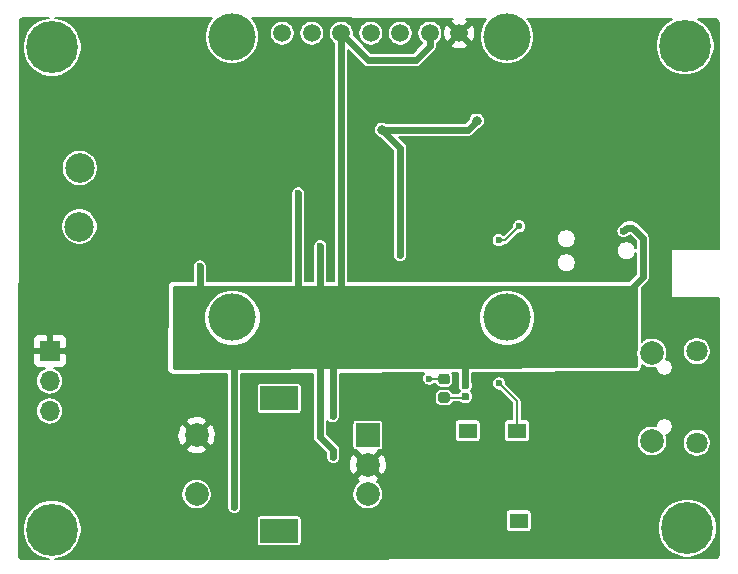
<source format=gbr>
G04 #@! TF.GenerationSoftware,KiCad,Pcbnew,(5.1.2)-1*
G04 #@! TF.CreationDate,2019-08-02T22:36:28-03:00*
G04 #@! TF.ProjectId,Medidor,4d656469-646f-4722-9e6b-696361645f70,rev?*
G04 #@! TF.SameCoordinates,Original*
G04 #@! TF.FileFunction,Copper,L2,Bot*
G04 #@! TF.FilePolarity,Positive*
%FSLAX46Y46*%
G04 Gerber Fmt 4.6, Leading zero omitted, Abs format (unit mm)*
G04 Created by KiCad (PCBNEW (5.1.2)-1) date 2019-08-02 22:36:28*
%MOMM*%
%LPD*%
G04 APERTURE LIST*
%ADD10C,4.400000*%
%ADD11C,4.000000*%
%ADD12C,1.500000*%
%ADD13C,0.100000*%
%ADD14C,0.590000*%
%ADD15C,0.875000*%
%ADD16C,2.000000*%
%ADD17R,3.200000X2.000000*%
%ADD18R,2.000000X2.000000*%
%ADD19R,1.600000X1.300000*%
%ADD20C,1.800000*%
%ADD21R,1.700000X1.700000*%
%ADD22O,1.700000X1.700000*%
%ADD23C,2.500000*%
%ADD24C,0.600000*%
%ADD25C,0.800000*%
%ADD26C,0.600000*%
%ADD27C,0.200000*%
%ADD28C,0.254000*%
G04 APERTURE END LIST*
D10*
X140589000Y-132080000D03*
X140398500Y-91249500D03*
X86804500Y-132207000D03*
X86804500Y-91376500D03*
D11*
X125294500Y-90486500D03*
D12*
X121294500Y-90186500D03*
X118794500Y-90186500D03*
X116294500Y-90186500D03*
X113794500Y-90186500D03*
X111294500Y-90186500D03*
X108794500Y-90186500D03*
X106294500Y-90186500D03*
D11*
X102044500Y-90486500D03*
X125294500Y-114236500D03*
X102044500Y-114236500D03*
D13*
G36*
X121979958Y-119690510D02*
G01*
X121994276Y-119692634D01*
X122008317Y-119696151D01*
X122021946Y-119701028D01*
X122035031Y-119707217D01*
X122047447Y-119714658D01*
X122059073Y-119723281D01*
X122069798Y-119733002D01*
X122079519Y-119743727D01*
X122088142Y-119755353D01*
X122095583Y-119767769D01*
X122101772Y-119780854D01*
X122106649Y-119794483D01*
X122110166Y-119808524D01*
X122112290Y-119822842D01*
X122113000Y-119837300D01*
X122113000Y-120132300D01*
X122112290Y-120146758D01*
X122110166Y-120161076D01*
X122106649Y-120175117D01*
X122101772Y-120188746D01*
X122095583Y-120201831D01*
X122088142Y-120214247D01*
X122079519Y-120225873D01*
X122069798Y-120236598D01*
X122059073Y-120246319D01*
X122047447Y-120254942D01*
X122035031Y-120262383D01*
X122021946Y-120268572D01*
X122008317Y-120273449D01*
X121994276Y-120276966D01*
X121979958Y-120279090D01*
X121965500Y-120279800D01*
X121620500Y-120279800D01*
X121606042Y-120279090D01*
X121591724Y-120276966D01*
X121577683Y-120273449D01*
X121564054Y-120268572D01*
X121550969Y-120262383D01*
X121538553Y-120254942D01*
X121526927Y-120246319D01*
X121516202Y-120236598D01*
X121506481Y-120225873D01*
X121497858Y-120214247D01*
X121490417Y-120201831D01*
X121484228Y-120188746D01*
X121479351Y-120175117D01*
X121475834Y-120161076D01*
X121473710Y-120146758D01*
X121473000Y-120132300D01*
X121473000Y-119837300D01*
X121473710Y-119822842D01*
X121475834Y-119808524D01*
X121479351Y-119794483D01*
X121484228Y-119780854D01*
X121490417Y-119767769D01*
X121497858Y-119755353D01*
X121506481Y-119743727D01*
X121516202Y-119733002D01*
X121526927Y-119723281D01*
X121538553Y-119714658D01*
X121550969Y-119707217D01*
X121564054Y-119701028D01*
X121577683Y-119696151D01*
X121591724Y-119692634D01*
X121606042Y-119690510D01*
X121620500Y-119689800D01*
X121965500Y-119689800D01*
X121979958Y-119690510D01*
X121979958Y-119690510D01*
G37*
D14*
X121793000Y-119984800D03*
D13*
G36*
X121979958Y-120660510D02*
G01*
X121994276Y-120662634D01*
X122008317Y-120666151D01*
X122021946Y-120671028D01*
X122035031Y-120677217D01*
X122047447Y-120684658D01*
X122059073Y-120693281D01*
X122069798Y-120703002D01*
X122079519Y-120713727D01*
X122088142Y-120725353D01*
X122095583Y-120737769D01*
X122101772Y-120750854D01*
X122106649Y-120764483D01*
X122110166Y-120778524D01*
X122112290Y-120792842D01*
X122113000Y-120807300D01*
X122113000Y-121102300D01*
X122112290Y-121116758D01*
X122110166Y-121131076D01*
X122106649Y-121145117D01*
X122101772Y-121158746D01*
X122095583Y-121171831D01*
X122088142Y-121184247D01*
X122079519Y-121195873D01*
X122069798Y-121206598D01*
X122059073Y-121216319D01*
X122047447Y-121224942D01*
X122035031Y-121232383D01*
X122021946Y-121238572D01*
X122008317Y-121243449D01*
X121994276Y-121246966D01*
X121979958Y-121249090D01*
X121965500Y-121249800D01*
X121620500Y-121249800D01*
X121606042Y-121249090D01*
X121591724Y-121246966D01*
X121577683Y-121243449D01*
X121564054Y-121238572D01*
X121550969Y-121232383D01*
X121538553Y-121224942D01*
X121526927Y-121216319D01*
X121516202Y-121206598D01*
X121506481Y-121195873D01*
X121497858Y-121184247D01*
X121490417Y-121171831D01*
X121484228Y-121158746D01*
X121479351Y-121145117D01*
X121475834Y-121131076D01*
X121473710Y-121116758D01*
X121473000Y-121102300D01*
X121473000Y-120807300D01*
X121473710Y-120792842D01*
X121475834Y-120778524D01*
X121479351Y-120764483D01*
X121484228Y-120750854D01*
X121490417Y-120737769D01*
X121497858Y-120725353D01*
X121506481Y-120713727D01*
X121516202Y-120703002D01*
X121526927Y-120693281D01*
X121538553Y-120684658D01*
X121550969Y-120677217D01*
X121564054Y-120671028D01*
X121577683Y-120666151D01*
X121591724Y-120662634D01*
X121606042Y-120660510D01*
X121620500Y-120659800D01*
X121965500Y-120659800D01*
X121979958Y-120660510D01*
X121979958Y-120660510D01*
G37*
D14*
X121793000Y-120954800D03*
D13*
G36*
X120267291Y-120594653D02*
G01*
X120288526Y-120597803D01*
X120309350Y-120603019D01*
X120329562Y-120610251D01*
X120348968Y-120619430D01*
X120367381Y-120630466D01*
X120384624Y-120643254D01*
X120400530Y-120657670D01*
X120414946Y-120673576D01*
X120427734Y-120690819D01*
X120438770Y-120709232D01*
X120447949Y-120728638D01*
X120455181Y-120748850D01*
X120460397Y-120769674D01*
X120463547Y-120790909D01*
X120464600Y-120812350D01*
X120464600Y-121249850D01*
X120463547Y-121271291D01*
X120460397Y-121292526D01*
X120455181Y-121313350D01*
X120447949Y-121333562D01*
X120438770Y-121352968D01*
X120427734Y-121371381D01*
X120414946Y-121388624D01*
X120400530Y-121404530D01*
X120384624Y-121418946D01*
X120367381Y-121431734D01*
X120348968Y-121442770D01*
X120329562Y-121451949D01*
X120309350Y-121459181D01*
X120288526Y-121464397D01*
X120267291Y-121467547D01*
X120245850Y-121468600D01*
X119733350Y-121468600D01*
X119711909Y-121467547D01*
X119690674Y-121464397D01*
X119669850Y-121459181D01*
X119649638Y-121451949D01*
X119630232Y-121442770D01*
X119611819Y-121431734D01*
X119594576Y-121418946D01*
X119578670Y-121404530D01*
X119564254Y-121388624D01*
X119551466Y-121371381D01*
X119540430Y-121352968D01*
X119531251Y-121333562D01*
X119524019Y-121313350D01*
X119518803Y-121292526D01*
X119515653Y-121271291D01*
X119514600Y-121249850D01*
X119514600Y-120812350D01*
X119515653Y-120790909D01*
X119518803Y-120769674D01*
X119524019Y-120748850D01*
X119531251Y-120728638D01*
X119540430Y-120709232D01*
X119551466Y-120690819D01*
X119564254Y-120673576D01*
X119578670Y-120657670D01*
X119594576Y-120643254D01*
X119611819Y-120630466D01*
X119630232Y-120619430D01*
X119649638Y-120610251D01*
X119669850Y-120603019D01*
X119690674Y-120597803D01*
X119711909Y-120594653D01*
X119733350Y-120593600D01*
X120245850Y-120593600D01*
X120267291Y-120594653D01*
X120267291Y-120594653D01*
G37*
D15*
X119989600Y-121031100D03*
D13*
G36*
X120267291Y-119019653D02*
G01*
X120288526Y-119022803D01*
X120309350Y-119028019D01*
X120329562Y-119035251D01*
X120348968Y-119044430D01*
X120367381Y-119055466D01*
X120384624Y-119068254D01*
X120400530Y-119082670D01*
X120414946Y-119098576D01*
X120427734Y-119115819D01*
X120438770Y-119134232D01*
X120447949Y-119153638D01*
X120455181Y-119173850D01*
X120460397Y-119194674D01*
X120463547Y-119215909D01*
X120464600Y-119237350D01*
X120464600Y-119674850D01*
X120463547Y-119696291D01*
X120460397Y-119717526D01*
X120455181Y-119738350D01*
X120447949Y-119758562D01*
X120438770Y-119777968D01*
X120427734Y-119796381D01*
X120414946Y-119813624D01*
X120400530Y-119829530D01*
X120384624Y-119843946D01*
X120367381Y-119856734D01*
X120348968Y-119867770D01*
X120329562Y-119876949D01*
X120309350Y-119884181D01*
X120288526Y-119889397D01*
X120267291Y-119892547D01*
X120245850Y-119893600D01*
X119733350Y-119893600D01*
X119711909Y-119892547D01*
X119690674Y-119889397D01*
X119669850Y-119884181D01*
X119649638Y-119876949D01*
X119630232Y-119867770D01*
X119611819Y-119856734D01*
X119594576Y-119843946D01*
X119578670Y-119829530D01*
X119564254Y-119813624D01*
X119551466Y-119796381D01*
X119540430Y-119777968D01*
X119531251Y-119758562D01*
X119524019Y-119738350D01*
X119518803Y-119717526D01*
X119515653Y-119696291D01*
X119514600Y-119674850D01*
X119514600Y-119237350D01*
X119515653Y-119215909D01*
X119518803Y-119194674D01*
X119524019Y-119173850D01*
X119531251Y-119153638D01*
X119540430Y-119134232D01*
X119551466Y-119115819D01*
X119564254Y-119098576D01*
X119578670Y-119082670D01*
X119594576Y-119068254D01*
X119611819Y-119055466D01*
X119630232Y-119044430D01*
X119649638Y-119035251D01*
X119669850Y-119028019D01*
X119690674Y-119022803D01*
X119711909Y-119019653D01*
X119733350Y-119018600D01*
X120245850Y-119018600D01*
X120267291Y-119019653D01*
X120267291Y-119019653D01*
G37*
D15*
X119989600Y-119456100D03*
D16*
X99038000Y-129206000D03*
X99038000Y-124206000D03*
D17*
X106038000Y-132306000D03*
X106038000Y-121106000D03*
D16*
X113538000Y-129206000D03*
X113538000Y-126706000D03*
D18*
X113538000Y-124206000D03*
D19*
X121983500Y-123825000D03*
X126174500Y-123825000D03*
X126301500Y-131445000D03*
X121983500Y-131572000D03*
D16*
X137596000Y-124714000D03*
X137596000Y-117264000D03*
D20*
X141396000Y-124864000D03*
X141396000Y-117114000D03*
D21*
X86614000Y-117094000D03*
D22*
X86614000Y-119634000D03*
X86614000Y-122174000D03*
D23*
X89154000Y-101600000D03*
X89103200Y-106549200D03*
D24*
X116268500Y-108966000D03*
D25*
X114744500Y-98361500D03*
X122745500Y-97599500D03*
D24*
X132207000Y-111887000D03*
X133350000Y-111887000D03*
X134556500Y-111887000D03*
X135763000Y-111887000D03*
X135763000Y-112776000D03*
X132207000Y-112839500D03*
X133350000Y-112839500D03*
X134620000Y-112839500D03*
X135763000Y-113728500D03*
X110553500Y-122618500D03*
X110617000Y-126047500D03*
X102235000Y-130302000D03*
X134556500Y-113919000D03*
X133794500Y-113538000D03*
X135255000Y-114363500D03*
X135255000Y-114363500D03*
X132143500Y-113982500D03*
X135128000Y-113474500D03*
X135178800Y-106934000D03*
X109524800Y-108204000D03*
X99314000Y-109931200D03*
X107645200Y-103733600D03*
X118719600Y-119430800D03*
X126339600Y-106527600D03*
X124612400Y-107696000D03*
X124663200Y-119837200D03*
X120205500Y-101663500D03*
X120840500Y-101663500D03*
X118808500Y-101663500D03*
X118173500Y-101663500D03*
X119507000Y-101663500D03*
X121475500Y-101663500D03*
X120840500Y-102298500D03*
X121475500Y-102298500D03*
X119507000Y-102298500D03*
X120205500Y-102298500D03*
X118808500Y-102298500D03*
X118173500Y-102298500D03*
X120205500Y-102933500D03*
X121475500Y-102933500D03*
X119507000Y-102933500D03*
X118808500Y-102933500D03*
X120840500Y-102933500D03*
X118173500Y-102933500D03*
X118808500Y-103568500D03*
X118173500Y-103568500D03*
X120840500Y-103568500D03*
X119507000Y-103568500D03*
X121475500Y-103568500D03*
X120205500Y-103568500D03*
X121475500Y-104203500D03*
X120840500Y-104203500D03*
X119507000Y-104203500D03*
X118173500Y-104203500D03*
X120205500Y-104203500D03*
X118808500Y-104203500D03*
X119507000Y-104838500D03*
X120840500Y-104838500D03*
X120205500Y-104838500D03*
X121475500Y-104838500D03*
X118808500Y-104838500D03*
X118173500Y-104838500D03*
X127952500Y-102616000D03*
X128905000Y-102616000D03*
X129794000Y-102616000D03*
X132524500Y-102616000D03*
X131635500Y-102616000D03*
X130683000Y-102616000D03*
X135255000Y-102616000D03*
X133413500Y-102616000D03*
X134366000Y-102616000D03*
X136144000Y-102616000D03*
X137096500Y-102616000D03*
X137985500Y-102616000D03*
X139827000Y-102616000D03*
X140716000Y-102616000D03*
X138874500Y-102616000D03*
X133413500Y-104902000D03*
X129794000Y-104902000D03*
X134366000Y-104902000D03*
X128905000Y-104902000D03*
X135255000Y-104902000D03*
X132524500Y-104902000D03*
X130683000Y-104902000D03*
X127952500Y-104902000D03*
X131635500Y-104902000D03*
X139827000Y-104902000D03*
X137096500Y-104902000D03*
X137985500Y-104902000D03*
X136144000Y-104902000D03*
X138874500Y-104902000D03*
X127063500Y-102616000D03*
X127063500Y-104902000D03*
X126174500Y-105092500D03*
X126174500Y-102616000D03*
X140525500Y-105600500D03*
X140525500Y-106489500D03*
X140525500Y-107378500D03*
X139827000Y-107950000D03*
X138874500Y-107950000D03*
X138874500Y-108839000D03*
X138874500Y-109728000D03*
X138874500Y-110617000D03*
X138874500Y-111506000D03*
X138874500Y-112395000D03*
X138874500Y-113220500D03*
X139763500Y-113220500D03*
X140716000Y-113220500D03*
X141668500Y-113220500D03*
X142684500Y-113284000D03*
X141541500Y-103060500D03*
X142176500Y-103695500D03*
X143002000Y-104013000D03*
X142811500Y-105981500D03*
X142811500Y-106870500D03*
X128651000Y-89535000D03*
X129921000Y-90297000D03*
X131127500Y-89535000D03*
X132461000Y-90297000D03*
X135890000Y-89535000D03*
X133413500Y-89535000D03*
X134683500Y-90297000D03*
X141935200Y-101346000D03*
X142049500Y-98361500D03*
X142049500Y-99885500D03*
X139598400Y-99872800D03*
X139446000Y-96901000D03*
X140652500Y-97599500D03*
X141986000Y-96901000D03*
X139509500Y-98361500D03*
X141986000Y-95377000D03*
X140652500Y-96139000D03*
X139446000Y-95377000D03*
X140652500Y-94742000D03*
X139446000Y-94043500D03*
X141986000Y-94043500D03*
X131127500Y-91122500D03*
X140716000Y-99123500D03*
X140716000Y-100584000D03*
X128714500Y-91186000D03*
X133502400Y-90982800D03*
X131622800Y-107086400D03*
X133553200Y-99822000D03*
X135940800Y-99415600D03*
X136004300Y-96583500D03*
X133464300Y-96583500D03*
X133400800Y-92265500D03*
X135940800Y-92265500D03*
X135940800Y-95123000D03*
X134670800Y-98806000D03*
X135940800Y-93599000D03*
X133400800Y-93599000D03*
X134607300Y-92964000D03*
X136004300Y-98107500D03*
X133464300Y-98107500D03*
X133400800Y-95123000D03*
X134607300Y-95821500D03*
X131216400Y-98806000D03*
X131102100Y-92405200D03*
X132499100Y-97548700D03*
X131165600Y-96786700D03*
X132334000Y-99415600D03*
X131102100Y-95262700D03*
X129959100Y-96024700D03*
X130048000Y-97840800D03*
X132499100Y-96024700D03*
X132435600Y-94564200D03*
X132435600Y-93040200D03*
X129895600Y-93040200D03*
X131102100Y-93802200D03*
X132435600Y-91706700D03*
X137210800Y-97332800D03*
X137210800Y-95872300D03*
X137147300Y-94348300D03*
X137147300Y-92887800D03*
X138366500Y-93446600D03*
X138430000Y-97891600D03*
X138430000Y-96431100D03*
X138366500Y-94907100D03*
X137248900Y-99682300D03*
X137363200Y-101396800D03*
X138582400Y-100736400D03*
X138442700Y-99021900D03*
X132295900Y-101257100D03*
X129032000Y-98653600D03*
X129032000Y-100698300D03*
X131216400Y-100888800D03*
X130048000Y-100126800D03*
X135940800Y-100380800D03*
X135940800Y-101396800D03*
X133464300Y-101358700D03*
X99314000Y-93573600D03*
X101955600Y-93370400D03*
X100634800Y-92760800D03*
X99314000Y-96012000D03*
X100634800Y-95199200D03*
X101955600Y-95808800D03*
X101955600Y-97942400D03*
X99314000Y-98145600D03*
X100634800Y-97332800D03*
X101955600Y-99872800D03*
X99314000Y-100076000D03*
X100634800Y-99263200D03*
X99314000Y-101955600D03*
X100634800Y-101142800D03*
X101955600Y-101752400D03*
X86410800Y-94538800D03*
X85090000Y-95351600D03*
X86410800Y-96316800D03*
X85090000Y-97129600D03*
X86410800Y-98044000D03*
X85090000Y-98856800D03*
X90017600Y-96367600D03*
X88849200Y-94538800D03*
X88849200Y-96316800D03*
X90017600Y-94589600D03*
X88849200Y-98044000D03*
X90017600Y-97586800D03*
X92506800Y-96469200D03*
X95148400Y-97129600D03*
X93827600Y-95656400D03*
X95148400Y-95351600D03*
X92506800Y-98196400D03*
X93827600Y-93878400D03*
X92506800Y-94691200D03*
X93827600Y-97383600D03*
X93827600Y-92252800D03*
X92506800Y-91287600D03*
X95148400Y-91998800D03*
X93827600Y-90474800D03*
X95148400Y-90220800D03*
X92506800Y-93065600D03*
X95148400Y-93726000D03*
X90017600Y-91186000D03*
X90017600Y-89408000D03*
X90017600Y-92913200D03*
X92506800Y-89611200D03*
X86410800Y-102463600D03*
X85090000Y-103276400D03*
X86410800Y-101600000D03*
X85090000Y-100634800D03*
X86410800Y-99822000D03*
X85090000Y-102412800D03*
X86410800Y-100685600D03*
X85090000Y-101498400D03*
X85090000Y-104140000D03*
X86410800Y-103327200D03*
X86410800Y-104343200D03*
X85140800Y-99618800D03*
X85039200Y-107797600D03*
X85090000Y-105003600D03*
X85039200Y-108661200D03*
X86360000Y-108712000D03*
X86360000Y-106984800D03*
X86360000Y-106070400D03*
X86360000Y-107848400D03*
X85039200Y-106883200D03*
X85039200Y-106019600D03*
X86360000Y-105206800D03*
X85039200Y-109524800D03*
X86360000Y-114198400D03*
X86360000Y-110693200D03*
X85039200Y-111506000D03*
X86360000Y-112471200D03*
X85039200Y-113284000D03*
X87426800Y-111963200D03*
X87426800Y-110185200D03*
X88392000Y-111353600D03*
X88392000Y-113080800D03*
X88392000Y-109575600D03*
X87426800Y-113690400D03*
X88392000Y-114960400D03*
X91389200Y-114147600D03*
X91795600Y-120396000D03*
X91186000Y-122682000D03*
X89357200Y-110693200D03*
X89357200Y-112471200D03*
X89357200Y-114198400D03*
X89357200Y-116078000D03*
X91389200Y-110439200D03*
X91389200Y-112217200D03*
X84886800Y-124409200D03*
X93116400Y-112217200D03*
X93116400Y-110439200D03*
X93268800Y-120904000D03*
X93014800Y-122224800D03*
X95605600Y-120396000D03*
X94234000Y-121564400D03*
X94234000Y-119837200D03*
X94488000Y-111252000D03*
X94386400Y-110083600D03*
X93624400Y-109321600D03*
X90424000Y-121615200D03*
X90017600Y-123952000D03*
X90322400Y-114960400D03*
X90322400Y-113080800D03*
X90322400Y-111353600D03*
X90322400Y-109575600D03*
X92252800Y-109575600D03*
X92252800Y-121716800D03*
X92252800Y-113080800D03*
X92252800Y-111353600D03*
X87731600Y-98653600D03*
X87731600Y-95148400D03*
X87731600Y-96926400D03*
X91338400Y-95199200D03*
X91338400Y-96977200D03*
X91338400Y-91795600D03*
X91338400Y-93522800D03*
X91338400Y-90017600D03*
X96570800Y-91338400D03*
X96570800Y-89560400D03*
X96570800Y-93065600D03*
X96570800Y-94691200D03*
X97942400Y-92049600D03*
X97942400Y-93776800D03*
X97942400Y-97180400D03*
X97942400Y-90271600D03*
X97942400Y-95402400D03*
X96570800Y-99110800D03*
X98196400Y-98602800D03*
X96570800Y-102463600D03*
X96570800Y-100838000D03*
X98094800Y-101650800D03*
X98094800Y-99923600D03*
X96570800Y-97078800D03*
X103428800Y-97332800D03*
X103428800Y-92760800D03*
X103428800Y-99263200D03*
X103428800Y-95199200D03*
X103428800Y-101142800D03*
X104800400Y-95707200D03*
X104800400Y-97840800D03*
X104800400Y-93268800D03*
X106172000Y-97129600D03*
X106172000Y-94996000D03*
X106172000Y-92557600D03*
X107543600Y-96418400D03*
X107543600Y-91846400D03*
X107543600Y-94284800D03*
X109220000Y-93522800D03*
X109220000Y-95199200D03*
X109220000Y-91744800D03*
X128625600Y-93040200D03*
X128689100Y-94500700D03*
X134670800Y-101549200D03*
X134772400Y-100177600D03*
X134670800Y-91592400D03*
X134607300Y-94361000D03*
X134670800Y-97345500D03*
X128778000Y-96418400D03*
X139649200Y-101447600D03*
X93014800Y-123291600D03*
X93014800Y-126746000D03*
X93014800Y-124968000D03*
X95504000Y-122021600D03*
X94183200Y-122834400D03*
X96824800Y-123494800D03*
X96824800Y-125120400D03*
X95504000Y-127152400D03*
X96824800Y-126898400D03*
X95504000Y-125425200D03*
X95504000Y-123647200D03*
X94183200Y-124460000D03*
X94183200Y-126238000D03*
X91795600Y-128676400D03*
X92964000Y-131622800D03*
X94284800Y-127406400D03*
X94284800Y-129032000D03*
X95605600Y-130505200D03*
X92964000Y-129844800D03*
X91795600Y-132130800D03*
X94284800Y-132537200D03*
X91795600Y-130352800D03*
X95605600Y-132283200D03*
X94284800Y-130810000D03*
X92964000Y-128219200D03*
X95605600Y-128879600D03*
X98094800Y-130759200D03*
X98094800Y-134162800D03*
X96774000Y-132689600D03*
X98094800Y-132384800D03*
X96774000Y-130911600D03*
X90678000Y-128168400D03*
X90678000Y-131572000D03*
X89357200Y-130098800D03*
X90678000Y-129794000D03*
X89357200Y-128320800D03*
X92913200Y-132892800D03*
X94234000Y-133807200D03*
X93116400Y-134366000D03*
X91795600Y-133451600D03*
X96520000Y-134366000D03*
X95199200Y-133451600D03*
X91643200Y-126949200D03*
X91643200Y-125171200D03*
X90271600Y-126796800D03*
X84886800Y-125882400D03*
X84886800Y-127457200D03*
X90271600Y-125526800D03*
X91795600Y-123901200D03*
X97485200Y-120904000D03*
X96723200Y-121666000D03*
X117652800Y-124307600D03*
X120243600Y-126441200D03*
X120142000Y-124714000D03*
X116433600Y-126238000D03*
X118922800Y-128371600D03*
X118922800Y-124968000D03*
X120243600Y-128066800D03*
X118922800Y-126593600D03*
X117602000Y-127406400D03*
X117602000Y-125780800D03*
X116433600Y-127914400D03*
X116281200Y-124510800D03*
X118872000Y-129489200D03*
X120192800Y-132588000D03*
X120091200Y-129235200D03*
X116382800Y-130759200D03*
X117551200Y-131927600D03*
X117551200Y-130302000D03*
X118872000Y-132892800D03*
X116382800Y-132435600D03*
X118872000Y-131114800D03*
X116230400Y-129032000D03*
X120192800Y-130962400D03*
X117602000Y-128828800D03*
X117652800Y-132943600D03*
X116484400Y-133451600D03*
X118059200Y-133959600D03*
X120700800Y-134112000D03*
X121920000Y-134061200D03*
X119278400Y-134010400D03*
X122885200Y-134010400D03*
X124104400Y-134061200D03*
X126746000Y-134112000D03*
X125526800Y-134162800D03*
X130454400Y-134264400D03*
X127812800Y-134112000D03*
X131673600Y-134213600D03*
X129032000Y-134162800D03*
X132130800Y-132842000D03*
X129489200Y-132791200D03*
X128270000Y-132740400D03*
X130911600Y-132892800D03*
X129489200Y-131521200D03*
X130911600Y-131622800D03*
X128270000Y-131470400D03*
X132130800Y-131572000D03*
X133400800Y-134061200D03*
X136499600Y-131470400D03*
X135280400Y-132791200D03*
X134975600Y-131572000D03*
X136194800Y-130251200D03*
X133096000Y-132842000D03*
X137617200Y-130657600D03*
X139496800Y-129387600D03*
X140716000Y-128066800D03*
X138988800Y-128066800D03*
X137109200Y-129336800D03*
X140208000Y-126746000D03*
X139446000Y-105867200D03*
X139446000Y-106832400D03*
X138531600Y-106781600D03*
X138531600Y-105816400D03*
X137414000Y-105765600D03*
X137515600Y-106680000D03*
X137871200Y-107899200D03*
X137871200Y-108966000D03*
X137871200Y-110185200D03*
X137871200Y-113385600D03*
X137871200Y-111099600D03*
X137871200Y-112166400D03*
X137007600Y-112826800D03*
X137007600Y-113893600D03*
X137007600Y-114960400D03*
X138023600Y-114960400D03*
X137972800Y-114198400D03*
X139192000Y-114198400D03*
X139192000Y-115062000D03*
X140360400Y-115062000D03*
X140360400Y-114147600D03*
X141681200Y-114198400D03*
X141681200Y-115062000D03*
X142646400Y-114604800D03*
X118516400Y-120548400D03*
X116027200Y-121818400D03*
X117195600Y-122986800D03*
X117195600Y-121361200D03*
X116027200Y-123494800D03*
X118516400Y-122174000D03*
X115874800Y-120091200D03*
X117246400Y-119888000D03*
X118872000Y-123596400D03*
X128066800Y-119481600D03*
X128066800Y-120751600D03*
X128066800Y-123850400D03*
X128066800Y-122580400D03*
X128066800Y-126238000D03*
X128066800Y-124968000D03*
X122377200Y-125831600D03*
X122377200Y-127101600D03*
X124053600Y-125780800D03*
X124053600Y-127050800D03*
X125831600Y-127050800D03*
X125831600Y-125780800D03*
X122326400Y-129743200D03*
X122326400Y-128473200D03*
X124053600Y-129743200D03*
X124053600Y-128473200D03*
X125730000Y-129895600D03*
X125730000Y-128625600D03*
X85902800Y-125120400D03*
X85902800Y-128168400D03*
X85902800Y-126593600D03*
X87020400Y-127508000D03*
X87020400Y-125933200D03*
X87020400Y-124460000D03*
X88290400Y-126441200D03*
X88290400Y-124968000D03*
X88290400Y-128016000D03*
X84886800Y-128676400D03*
X85902800Y-129387600D03*
X87020400Y-128727200D03*
X88290400Y-129235200D03*
X89357200Y-126085600D03*
X92659200Y-119075200D03*
X93675200Y-118008400D03*
X95554800Y-119024400D03*
X96926400Y-109880400D03*
X98298000Y-110439200D03*
X95707200Y-110490000D03*
X93218000Y-113893600D03*
X93218000Y-115824000D03*
X91186000Y-115874800D03*
X91186000Y-117754400D03*
X92151200Y-116636800D03*
X94945200Y-113893600D03*
X92151200Y-114757200D03*
X90220800Y-116636800D03*
X94081600Y-114757200D03*
X94081600Y-113030000D03*
X95859600Y-111455200D03*
X97078800Y-110845600D03*
X95402400Y-112776000D03*
X94792800Y-117043200D03*
X95859600Y-115976400D03*
X96266000Y-118160800D03*
X99720400Y-134112000D03*
X100939600Y-134162800D03*
X103581200Y-134213600D03*
X104546400Y-134162800D03*
X105765600Y-134213600D03*
X102362000Y-134264400D03*
X113284000Y-134315200D03*
X108458000Y-134264400D03*
X107238800Y-134213600D03*
X111099600Y-134315200D03*
X112064800Y-134264400D03*
X109880400Y-134366000D03*
X114858800Y-134264400D03*
X116230400Y-134366000D03*
X117246400Y-134264400D03*
X108051600Y-99212400D03*
X106984800Y-100228400D03*
X105714800Y-101295200D03*
X106832400Y-101854000D03*
X108305600Y-100990400D03*
X120192800Y-91871800D03*
X121399300Y-92633800D03*
X123634500Y-92633800D03*
X122428000Y-91871800D03*
X120091200Y-93395800D03*
X121297700Y-94157800D03*
X122478800Y-93345000D03*
X123685300Y-94107000D03*
X125018800Y-93294200D03*
X126225300Y-94056200D03*
X119888000Y-94869000D03*
X121094500Y-95631000D03*
X122123200Y-94869000D03*
X123088400Y-95707200D03*
X119888000Y-95986600D03*
X121094500Y-96748600D03*
D26*
X116268500Y-108966000D02*
X116268500Y-99885500D01*
X116268500Y-99885500D02*
X114744500Y-98361500D01*
X114744500Y-98361500D02*
X121983500Y-98361500D01*
X121983500Y-98361500D02*
X122745500Y-97599500D01*
X121793000Y-119984800D02*
X121793000Y-117881400D01*
X110553500Y-122052815D02*
X110591600Y-122014715D01*
X110553500Y-122618500D02*
X110553500Y-122052815D01*
X110591600Y-122014715D02*
X110591600Y-117957600D01*
X110617000Y-125481815D02*
X109474000Y-124338815D01*
X110617000Y-126047500D02*
X110617000Y-125481815D01*
X109474000Y-124338815D02*
X109474000Y-118059200D01*
X102235000Y-130302000D02*
X102235000Y-118186200D01*
X135478799Y-106634001D02*
X135945601Y-106634001D01*
X135178800Y-106934000D02*
X135478799Y-106634001D01*
X135945601Y-106634001D02*
X136804400Y-107492800D01*
X136804400Y-110845600D02*
X135763000Y-111887000D01*
X136804400Y-107492800D02*
X136804400Y-110845600D01*
X111294500Y-91247160D02*
X111302800Y-91255460D01*
X111294500Y-90186500D02*
X111294500Y-91247160D01*
X111302800Y-91255460D02*
X111302800Y-112826800D01*
X118794500Y-91247160D02*
X117585660Y-92456000D01*
X118794500Y-90186500D02*
X118794500Y-91247160D01*
X113564000Y-92456000D02*
X111294500Y-90186500D01*
X117585660Y-92456000D02*
X113564000Y-92456000D01*
X109524800Y-108204000D02*
X109524800Y-112217200D01*
X99314000Y-109931200D02*
X99314000Y-112166400D01*
X107645200Y-103733600D02*
X107645200Y-111963200D01*
D27*
X119989600Y-119456100D02*
X118744900Y-119456100D01*
X118744900Y-119456100D02*
X118719600Y-119430800D01*
X126339600Y-106527600D02*
X126039601Y-106827599D01*
X126039601Y-106827599D02*
X125171200Y-107696000D01*
X125171200Y-107696000D02*
X124612400Y-107696000D01*
X126174500Y-123825000D02*
X126174500Y-121348500D01*
X126174500Y-121348500D02*
X124663200Y-119837200D01*
X121716700Y-121031100D02*
X121793000Y-120954800D01*
X119989600Y-121031100D02*
X121716700Y-121031100D01*
D28*
G36*
X136207500Y-116929897D02*
G01*
X136169000Y-117123453D01*
X136169000Y-117404547D01*
X136207500Y-117598103D01*
X136207500Y-118364613D01*
X97092645Y-118553878D01*
X97133326Y-113997461D01*
X99617500Y-113997461D01*
X99617500Y-114475539D01*
X99710768Y-114944430D01*
X99893721Y-115386115D01*
X100159326Y-115783622D01*
X100497378Y-116121674D01*
X100894885Y-116387279D01*
X101336570Y-116570232D01*
X101805461Y-116663500D01*
X102283539Y-116663500D01*
X102752430Y-116570232D01*
X103194115Y-116387279D01*
X103591622Y-116121674D01*
X103929674Y-115783622D01*
X104195279Y-115386115D01*
X104378232Y-114944430D01*
X104471500Y-114475539D01*
X104471500Y-113997461D01*
X122867500Y-113997461D01*
X122867500Y-114475539D01*
X122960768Y-114944430D01*
X123143721Y-115386115D01*
X123409326Y-115783622D01*
X123747378Y-116121674D01*
X124144885Y-116387279D01*
X124586570Y-116570232D01*
X125055461Y-116663500D01*
X125533539Y-116663500D01*
X126002430Y-116570232D01*
X126444115Y-116387279D01*
X126841622Y-116121674D01*
X127179674Y-115783622D01*
X127445279Y-115386115D01*
X127628232Y-114944430D01*
X127721500Y-114475539D01*
X127721500Y-113997461D01*
X127628232Y-113528570D01*
X127445279Y-113086885D01*
X127179674Y-112689378D01*
X126841622Y-112351326D01*
X126444115Y-112085721D01*
X126002430Y-111902768D01*
X125533539Y-111809500D01*
X125055461Y-111809500D01*
X124586570Y-111902768D01*
X124144885Y-112085721D01*
X123747378Y-112351326D01*
X123409326Y-112689378D01*
X123143721Y-113086885D01*
X122960768Y-113528570D01*
X122867500Y-113997461D01*
X104471500Y-113997461D01*
X104378232Y-113528570D01*
X104195279Y-113086885D01*
X103929674Y-112689378D01*
X103591622Y-112351326D01*
X103194115Y-112085721D01*
X102752430Y-111902768D01*
X102283539Y-111809500D01*
X101805461Y-111809500D01*
X101336570Y-111902768D01*
X100894885Y-112085721D01*
X100497378Y-112351326D01*
X100159326Y-112689378D01*
X99893721Y-113086885D01*
X99710768Y-113528570D01*
X99617500Y-113997461D01*
X97133326Y-113997461D01*
X97153871Y-111696500D01*
X136207500Y-111696500D01*
X136207500Y-116929897D01*
X136207500Y-116929897D01*
G37*
X136207500Y-116929897D02*
X136169000Y-117123453D01*
X136169000Y-117404547D01*
X136207500Y-117598103D01*
X136207500Y-118364613D01*
X97092645Y-118553878D01*
X97133326Y-113997461D01*
X99617500Y-113997461D01*
X99617500Y-114475539D01*
X99710768Y-114944430D01*
X99893721Y-115386115D01*
X100159326Y-115783622D01*
X100497378Y-116121674D01*
X100894885Y-116387279D01*
X101336570Y-116570232D01*
X101805461Y-116663500D01*
X102283539Y-116663500D01*
X102752430Y-116570232D01*
X103194115Y-116387279D01*
X103591622Y-116121674D01*
X103929674Y-115783622D01*
X104195279Y-115386115D01*
X104378232Y-114944430D01*
X104471500Y-114475539D01*
X104471500Y-113997461D01*
X122867500Y-113997461D01*
X122867500Y-114475539D01*
X122960768Y-114944430D01*
X123143721Y-115386115D01*
X123409326Y-115783622D01*
X123747378Y-116121674D01*
X124144885Y-116387279D01*
X124586570Y-116570232D01*
X125055461Y-116663500D01*
X125533539Y-116663500D01*
X126002430Y-116570232D01*
X126444115Y-116387279D01*
X126841622Y-116121674D01*
X127179674Y-115783622D01*
X127445279Y-115386115D01*
X127628232Y-114944430D01*
X127721500Y-114475539D01*
X127721500Y-113997461D01*
X127628232Y-113528570D01*
X127445279Y-113086885D01*
X127179674Y-112689378D01*
X126841622Y-112351326D01*
X126444115Y-112085721D01*
X126002430Y-111902768D01*
X125533539Y-111809500D01*
X125055461Y-111809500D01*
X124586570Y-111902768D01*
X124144885Y-112085721D01*
X123747378Y-112351326D01*
X123409326Y-112689378D01*
X123143721Y-113086885D01*
X122960768Y-113528570D01*
X122867500Y-113997461D01*
X104471500Y-113997461D01*
X104378232Y-113528570D01*
X104195279Y-113086885D01*
X103929674Y-112689378D01*
X103591622Y-112351326D01*
X103194115Y-112085721D01*
X102752430Y-111902768D01*
X102283539Y-111809500D01*
X101805461Y-111809500D01*
X101336570Y-111902768D01*
X100894885Y-112085721D01*
X100497378Y-112351326D01*
X100159326Y-112689378D01*
X99893721Y-113086885D01*
X99710768Y-113528570D01*
X99617500Y-113997461D01*
X97133326Y-113997461D01*
X97153871Y-111696500D01*
X136207500Y-111696500D01*
X136207500Y-116929897D01*
D27*
G36*
X86548571Y-88878430D02*
G01*
X86075277Y-88972574D01*
X85620306Y-89161029D01*
X85210843Y-89434624D01*
X84862624Y-89782843D01*
X84589029Y-90192306D01*
X84400574Y-90647277D01*
X84304500Y-91130272D01*
X84304500Y-91622728D01*
X84400574Y-92105723D01*
X84589029Y-92560694D01*
X84862624Y-92970157D01*
X85210843Y-93318376D01*
X85620306Y-93591971D01*
X86075277Y-93780426D01*
X86558272Y-93876500D01*
X87050728Y-93876500D01*
X87533723Y-93780426D01*
X87988694Y-93591971D01*
X88398157Y-93318376D01*
X88746376Y-92970157D01*
X89019971Y-92560694D01*
X89208426Y-92105723D01*
X89304500Y-91622728D01*
X89304500Y-91130272D01*
X89208426Y-90647277D01*
X89019971Y-90192306D01*
X88746376Y-89782843D01*
X88398157Y-89434624D01*
X87988694Y-89161029D01*
X87533723Y-88972574D01*
X87065993Y-88879536D01*
X100370313Y-88907995D01*
X100257973Y-89020335D01*
X100006266Y-89397041D01*
X99832887Y-89815615D01*
X99744500Y-90259970D01*
X99744500Y-90713030D01*
X99832887Y-91157385D01*
X100006266Y-91575959D01*
X100257973Y-91952665D01*
X100578335Y-92273027D01*
X100955041Y-92524734D01*
X101373615Y-92698113D01*
X101817970Y-92786500D01*
X102271030Y-92786500D01*
X102715385Y-92698113D01*
X103133959Y-92524734D01*
X103510665Y-92273027D01*
X103831027Y-91952665D01*
X104082734Y-91575959D01*
X104256113Y-91157385D01*
X104344500Y-90713030D01*
X104344500Y-90259970D01*
X104309316Y-90083084D01*
X105244500Y-90083084D01*
X105244500Y-90289916D01*
X105284850Y-90492774D01*
X105364002Y-90683862D01*
X105478911Y-90855836D01*
X105625164Y-91002089D01*
X105797138Y-91116998D01*
X105988226Y-91196150D01*
X106191084Y-91236500D01*
X106397916Y-91236500D01*
X106600774Y-91196150D01*
X106791862Y-91116998D01*
X106963836Y-91002089D01*
X107110089Y-90855836D01*
X107224998Y-90683862D01*
X107304150Y-90492774D01*
X107344500Y-90289916D01*
X107344500Y-90083084D01*
X107744500Y-90083084D01*
X107744500Y-90289916D01*
X107784850Y-90492774D01*
X107864002Y-90683862D01*
X107978911Y-90855836D01*
X108125164Y-91002089D01*
X108297138Y-91116998D01*
X108488226Y-91196150D01*
X108691084Y-91236500D01*
X108897916Y-91236500D01*
X109100774Y-91196150D01*
X109291862Y-91116998D01*
X109463836Y-91002089D01*
X109610089Y-90855836D01*
X109724998Y-90683862D01*
X109804150Y-90492774D01*
X109844500Y-90289916D01*
X109844500Y-90083084D01*
X109804150Y-89880226D01*
X109724998Y-89689138D01*
X109610089Y-89517164D01*
X109463836Y-89370911D01*
X109291862Y-89256002D01*
X109100774Y-89176850D01*
X108897916Y-89136500D01*
X108691084Y-89136500D01*
X108488226Y-89176850D01*
X108297138Y-89256002D01*
X108125164Y-89370911D01*
X107978911Y-89517164D01*
X107864002Y-89689138D01*
X107784850Y-89880226D01*
X107744500Y-90083084D01*
X107344500Y-90083084D01*
X107304150Y-89880226D01*
X107224998Y-89689138D01*
X107110089Y-89517164D01*
X106963836Y-89370911D01*
X106791862Y-89256002D01*
X106600774Y-89176850D01*
X106397916Y-89136500D01*
X106191084Y-89136500D01*
X105988226Y-89176850D01*
X105797138Y-89256002D01*
X105625164Y-89370911D01*
X105478911Y-89517164D01*
X105364002Y-89689138D01*
X105284850Y-89880226D01*
X105244500Y-90083084D01*
X104309316Y-90083084D01*
X104256113Y-89815615D01*
X104082734Y-89397041D01*
X103831027Y-89020335D01*
X103725864Y-88915172D01*
X120722770Y-88951529D01*
X120680736Y-88967753D01*
X120622138Y-88999073D01*
X120552920Y-89227131D01*
X121294500Y-89968711D01*
X122036080Y-89227131D01*
X121966862Y-88999073D01*
X121865063Y-88953973D01*
X123570687Y-88957621D01*
X123507973Y-89020335D01*
X123256266Y-89397041D01*
X123082887Y-89815615D01*
X122994500Y-90259970D01*
X122994500Y-90713030D01*
X123082887Y-91157385D01*
X123256266Y-91575959D01*
X123507973Y-91952665D01*
X123828335Y-92273027D01*
X124205041Y-92524734D01*
X124623615Y-92698113D01*
X125067970Y-92786500D01*
X125521030Y-92786500D01*
X125965385Y-92698113D01*
X126383959Y-92524734D01*
X126760665Y-92273027D01*
X127081027Y-91952665D01*
X127332734Y-91575959D01*
X127506113Y-91157385D01*
X127594500Y-90713030D01*
X127594500Y-90259970D01*
X127506113Y-89815615D01*
X127332734Y-89397041D01*
X127081027Y-89020335D01*
X127025703Y-88965011D01*
X139317454Y-88991304D01*
X139214306Y-89034029D01*
X138804843Y-89307624D01*
X138456624Y-89655843D01*
X138183029Y-90065306D01*
X137994574Y-90520277D01*
X137898500Y-91003272D01*
X137898500Y-91495728D01*
X137994574Y-91978723D01*
X138183029Y-92433694D01*
X138456624Y-92843157D01*
X138804843Y-93191376D01*
X139214306Y-93464971D01*
X139669277Y-93653426D01*
X140152272Y-93749500D01*
X140644728Y-93749500D01*
X141127723Y-93653426D01*
X141582694Y-93464971D01*
X141992157Y-93191376D01*
X142340376Y-92843157D01*
X142613971Y-92433694D01*
X142802426Y-91978723D01*
X142898500Y-91495728D01*
X142898500Y-91003272D01*
X142802426Y-90520277D01*
X142613971Y-90065306D01*
X142340376Y-89655843D01*
X141992157Y-89307624D01*
X141582694Y-89034029D01*
X141490770Y-88995953D01*
X143067634Y-88999326D01*
X143159053Y-89134483D01*
X143232886Y-89309494D01*
X143272091Y-89499248D01*
X143277001Y-89667278D01*
X143277001Y-108421500D01*
X139319000Y-108421500D01*
X139299491Y-108423421D01*
X139280732Y-108429112D01*
X139263443Y-108438353D01*
X139248289Y-108450789D01*
X139235853Y-108465943D01*
X139226612Y-108483232D01*
X139220921Y-108501991D01*
X139219000Y-108521500D01*
X139219000Y-112522000D01*
X139220921Y-112541509D01*
X139226612Y-112560268D01*
X139235853Y-112577557D01*
X139248289Y-112592711D01*
X139263443Y-112605147D01*
X139280732Y-112614388D01*
X139299491Y-112620079D01*
X139319000Y-112622000D01*
X143277000Y-112622000D01*
X143277000Y-133939175D01*
X143277022Y-133939403D01*
X143277290Y-134147213D01*
X143240634Y-134333595D01*
X143168476Y-134509307D01*
X143118857Y-134584198D01*
X87067261Y-134703711D01*
X87533723Y-134610926D01*
X87988694Y-134422471D01*
X88398157Y-134148876D01*
X88746376Y-133800657D01*
X89019971Y-133391194D01*
X89208426Y-132936223D01*
X89304500Y-132453228D01*
X89304500Y-131960772D01*
X89208426Y-131477777D01*
X89137274Y-131306000D01*
X104136549Y-131306000D01*
X104136549Y-133306000D01*
X104142341Y-133364810D01*
X104159496Y-133421360D01*
X104187353Y-133473477D01*
X104224842Y-133519158D01*
X104270523Y-133556647D01*
X104322640Y-133584504D01*
X104379190Y-133601659D01*
X104438000Y-133607451D01*
X107638000Y-133607451D01*
X107696810Y-133601659D01*
X107753360Y-133584504D01*
X107805477Y-133556647D01*
X107851158Y-133519158D01*
X107888647Y-133473477D01*
X107916504Y-133421360D01*
X107933659Y-133364810D01*
X107939451Y-133306000D01*
X107939451Y-131306000D01*
X107933659Y-131247190D01*
X107916504Y-131190640D01*
X107888647Y-131138523D01*
X107851158Y-131092842D01*
X107805477Y-131055353D01*
X107753360Y-131027496D01*
X107696810Y-131010341D01*
X107638000Y-131004549D01*
X104438000Y-131004549D01*
X104379190Y-131010341D01*
X104322640Y-131027496D01*
X104270523Y-131055353D01*
X104224842Y-131092842D01*
X104187353Y-131138523D01*
X104159496Y-131190640D01*
X104142341Y-131247190D01*
X104136549Y-131306000D01*
X89137274Y-131306000D01*
X89019971Y-131022806D01*
X88746376Y-130613343D01*
X88398157Y-130265124D01*
X87988694Y-129991529D01*
X87533723Y-129803074D01*
X87050728Y-129707000D01*
X86558272Y-129707000D01*
X86075277Y-129803074D01*
X85620306Y-129991529D01*
X85210843Y-130265124D01*
X84862624Y-130613343D01*
X84589029Y-131022806D01*
X84400574Y-131477777D01*
X84304500Y-131960772D01*
X84304500Y-132453228D01*
X84400574Y-132936223D01*
X84589029Y-133391194D01*
X84862624Y-133800657D01*
X85210843Y-134148876D01*
X85620306Y-134422471D01*
X86075277Y-134610926D01*
X86547313Y-134704820D01*
X84190741Y-134709845D01*
X84150369Y-134669857D01*
X84043947Y-134512517D01*
X83984710Y-134372104D01*
X83999313Y-129077961D01*
X97738000Y-129077961D01*
X97738000Y-129334039D01*
X97787958Y-129585196D01*
X97885955Y-129821781D01*
X98028224Y-130034702D01*
X98209298Y-130215776D01*
X98422219Y-130358045D01*
X98658804Y-130456042D01*
X98909961Y-130506000D01*
X99166039Y-130506000D01*
X99417196Y-130456042D01*
X99653781Y-130358045D01*
X99866702Y-130215776D01*
X100047776Y-130034702D01*
X100190045Y-129821781D01*
X100288042Y-129585196D01*
X100338000Y-129334039D01*
X100338000Y-129077961D01*
X100288042Y-128826804D01*
X100190045Y-128590219D01*
X100047776Y-128377298D01*
X99866702Y-128196224D01*
X99653781Y-128053955D01*
X99417196Y-127955958D01*
X99166039Y-127906000D01*
X98909961Y-127906000D01*
X98658804Y-127955958D01*
X98422219Y-128053955D01*
X98209298Y-128196224D01*
X98028224Y-128377298D01*
X97885955Y-128590219D01*
X97787958Y-128826804D01*
X97738000Y-129077961D01*
X83999313Y-129077961D01*
X84009613Y-125344199D01*
X98117590Y-125344199D01*
X98217181Y-125597762D01*
X98504472Y-125731154D01*
X98812265Y-125805934D01*
X99128735Y-125819230D01*
X99441716Y-125770531D01*
X99739184Y-125661708D01*
X99858819Y-125597762D01*
X99958410Y-125344199D01*
X99038000Y-124423789D01*
X98117590Y-125344199D01*
X84009613Y-125344199D01*
X84012503Y-124296735D01*
X97424770Y-124296735D01*
X97473469Y-124609716D01*
X97582292Y-124907184D01*
X97646238Y-125026819D01*
X97899801Y-125126410D01*
X98820211Y-124206000D01*
X99255789Y-124206000D01*
X100176199Y-125126410D01*
X100429762Y-125026819D01*
X100563154Y-124739528D01*
X100637934Y-124431735D01*
X100651230Y-124115265D01*
X100602531Y-123802284D01*
X100493708Y-123504816D01*
X100429762Y-123385181D01*
X100176199Y-123285590D01*
X99255789Y-124206000D01*
X98820211Y-124206000D01*
X97899801Y-123285590D01*
X97646238Y-123385181D01*
X97512846Y-123672472D01*
X97438066Y-123980265D01*
X97424770Y-124296735D01*
X84012503Y-124296735D01*
X84018359Y-122174000D01*
X85458436Y-122174000D01*
X85480640Y-122399439D01*
X85546398Y-122616215D01*
X85653184Y-122815997D01*
X85796893Y-122991107D01*
X85972003Y-123134816D01*
X86171785Y-123241602D01*
X86388561Y-123307360D01*
X86557508Y-123324000D01*
X86670492Y-123324000D01*
X86839439Y-123307360D01*
X87056215Y-123241602D01*
X87255997Y-123134816D01*
X87337655Y-123067801D01*
X98117590Y-123067801D01*
X99038000Y-123988211D01*
X99958410Y-123067801D01*
X99858819Y-122814238D01*
X99571528Y-122680846D01*
X99263735Y-122606066D01*
X98947265Y-122592770D01*
X98634284Y-122641469D01*
X98336816Y-122750292D01*
X98217181Y-122814238D01*
X98117590Y-123067801D01*
X87337655Y-123067801D01*
X87431107Y-122991107D01*
X87574816Y-122815997D01*
X87681602Y-122616215D01*
X87747360Y-122399439D01*
X87769564Y-122174000D01*
X87747360Y-121948561D01*
X87681602Y-121731785D01*
X87574816Y-121532003D01*
X87431107Y-121356893D01*
X87255997Y-121213184D01*
X87056215Y-121106398D01*
X86839439Y-121040640D01*
X86670492Y-121024000D01*
X86557508Y-121024000D01*
X86388561Y-121040640D01*
X86171785Y-121106398D01*
X85972003Y-121213184D01*
X85796893Y-121356893D01*
X85653184Y-121532003D01*
X85546398Y-121731785D01*
X85480640Y-121948561D01*
X85458436Y-122174000D01*
X84018359Y-122174000D01*
X84030028Y-117944000D01*
X85153058Y-117944000D01*
X85164797Y-118063189D01*
X85199563Y-118177797D01*
X85256020Y-118283421D01*
X85331999Y-118376001D01*
X85424579Y-118451980D01*
X85530203Y-118508437D01*
X85644811Y-118543203D01*
X85764000Y-118554942D01*
X86217638Y-118552489D01*
X86171785Y-118566398D01*
X85972003Y-118673184D01*
X85796893Y-118816893D01*
X85653184Y-118992003D01*
X85546398Y-119191785D01*
X85480640Y-119408561D01*
X85458436Y-119634000D01*
X85480640Y-119859439D01*
X85546398Y-120076215D01*
X85653184Y-120275997D01*
X85796893Y-120451107D01*
X85972003Y-120594816D01*
X86171785Y-120701602D01*
X86388561Y-120767360D01*
X86557508Y-120784000D01*
X86670492Y-120784000D01*
X86839439Y-120767360D01*
X87056215Y-120701602D01*
X87255997Y-120594816D01*
X87431107Y-120451107D01*
X87574816Y-120275997D01*
X87681602Y-120076215D01*
X87747360Y-119859439D01*
X87769564Y-119634000D01*
X87747360Y-119408561D01*
X87681602Y-119191785D01*
X87574816Y-118992003D01*
X87431107Y-118816893D01*
X87261779Y-118677929D01*
X96564516Y-118677929D01*
X96572568Y-118761433D01*
X96595693Y-118836360D01*
X96632991Y-118905335D01*
X96683029Y-118965708D01*
X96743884Y-119015159D01*
X96813217Y-119051788D01*
X96888363Y-119074187D01*
X96966435Y-119081495D01*
X101635001Y-119058905D01*
X101635000Y-130242905D01*
X101635000Y-130361095D01*
X101640779Y-130390149D01*
X101643682Y-130419620D01*
X101652279Y-130447960D01*
X101658058Y-130477014D01*
X101669393Y-130504380D01*
X101677990Y-130532720D01*
X101691951Y-130558839D01*
X101703287Y-130586207D01*
X101719744Y-130610836D01*
X101733704Y-130636954D01*
X101752494Y-130659849D01*
X101768950Y-130684478D01*
X101789892Y-130705420D01*
X101808683Y-130728317D01*
X101831581Y-130747109D01*
X101852522Y-130768050D01*
X101877147Y-130784504D01*
X101900045Y-130803296D01*
X101926168Y-130817259D01*
X101950793Y-130833713D01*
X101978156Y-130845047D01*
X102004279Y-130859010D01*
X102032623Y-130867608D01*
X102059986Y-130878942D01*
X102089037Y-130884721D01*
X102117379Y-130893318D01*
X102146852Y-130896221D01*
X102175905Y-130902000D01*
X102205526Y-130902000D01*
X102235000Y-130904903D01*
X102264474Y-130902000D01*
X102294095Y-130902000D01*
X102323149Y-130896221D01*
X102352620Y-130893318D01*
X102380960Y-130884721D01*
X102410014Y-130878942D01*
X102437380Y-130867607D01*
X102465720Y-130859010D01*
X102491839Y-130845049D01*
X102519207Y-130833713D01*
X102543836Y-130817256D01*
X102569954Y-130803296D01*
X102580062Y-130795000D01*
X125200049Y-130795000D01*
X125200049Y-132095000D01*
X125205841Y-132153810D01*
X125222996Y-132210360D01*
X125250853Y-132262477D01*
X125288342Y-132308158D01*
X125334023Y-132345647D01*
X125386140Y-132373504D01*
X125442690Y-132390659D01*
X125501500Y-132396451D01*
X127101500Y-132396451D01*
X127160310Y-132390659D01*
X127216860Y-132373504D01*
X127268977Y-132345647D01*
X127314658Y-132308158D01*
X127352147Y-132262477D01*
X127380004Y-132210360D01*
X127397159Y-132153810D01*
X127402951Y-132095000D01*
X127402951Y-131833772D01*
X138089000Y-131833772D01*
X138089000Y-132326228D01*
X138185074Y-132809223D01*
X138373529Y-133264194D01*
X138647124Y-133673657D01*
X138995343Y-134021876D01*
X139404806Y-134295471D01*
X139859777Y-134483926D01*
X140342772Y-134580000D01*
X140835228Y-134580000D01*
X141318223Y-134483926D01*
X141773194Y-134295471D01*
X142182657Y-134021876D01*
X142530876Y-133673657D01*
X142804471Y-133264194D01*
X142992926Y-132809223D01*
X143089000Y-132326228D01*
X143089000Y-131833772D01*
X142992926Y-131350777D01*
X142804471Y-130895806D01*
X142530876Y-130486343D01*
X142182657Y-130138124D01*
X141773194Y-129864529D01*
X141318223Y-129676074D01*
X140835228Y-129580000D01*
X140342772Y-129580000D01*
X139859777Y-129676074D01*
X139404806Y-129864529D01*
X138995343Y-130138124D01*
X138647124Y-130486343D01*
X138373529Y-130895806D01*
X138185074Y-131350777D01*
X138089000Y-131833772D01*
X127402951Y-131833772D01*
X127402951Y-130795000D01*
X127397159Y-130736190D01*
X127380004Y-130679640D01*
X127352147Y-130627523D01*
X127314658Y-130581842D01*
X127268977Y-130544353D01*
X127216860Y-130516496D01*
X127160310Y-130499341D01*
X127101500Y-130493549D01*
X125501500Y-130493549D01*
X125442690Y-130499341D01*
X125386140Y-130516496D01*
X125334023Y-130544353D01*
X125288342Y-130581842D01*
X125250853Y-130627523D01*
X125222996Y-130679640D01*
X125205841Y-130736190D01*
X125200049Y-130795000D01*
X102580062Y-130795000D01*
X102592849Y-130784506D01*
X102617478Y-130768050D01*
X102638420Y-130747108D01*
X102661317Y-130728317D01*
X102680109Y-130705419D01*
X102701050Y-130684478D01*
X102717504Y-130659853D01*
X102736296Y-130636955D01*
X102750259Y-130610832D01*
X102766713Y-130586207D01*
X102778047Y-130558844D01*
X102792010Y-130532721D01*
X102800608Y-130504377D01*
X102811942Y-130477014D01*
X102817721Y-130447963D01*
X102826318Y-130419621D01*
X102829221Y-130390148D01*
X102835000Y-130361095D01*
X102835000Y-129077961D01*
X112238000Y-129077961D01*
X112238000Y-129334039D01*
X112287958Y-129585196D01*
X112385955Y-129821781D01*
X112528224Y-130034702D01*
X112709298Y-130215776D01*
X112922219Y-130358045D01*
X113158804Y-130456042D01*
X113409961Y-130506000D01*
X113666039Y-130506000D01*
X113917196Y-130456042D01*
X114153781Y-130358045D01*
X114366702Y-130215776D01*
X114547776Y-130034702D01*
X114690045Y-129821781D01*
X114788042Y-129585196D01*
X114838000Y-129334039D01*
X114838000Y-129077961D01*
X114788042Y-128826804D01*
X114690045Y-128590219D01*
X114547776Y-128377298D01*
X114366702Y-128196224D01*
X114281330Y-128139180D01*
X114358819Y-128097762D01*
X114458410Y-127844199D01*
X113538000Y-126923789D01*
X112617590Y-127844199D01*
X112717181Y-128097762D01*
X112799473Y-128135971D01*
X112709298Y-128196224D01*
X112528224Y-128377298D01*
X112385955Y-128590219D01*
X112287958Y-128826804D01*
X112238000Y-129077961D01*
X102835000Y-129077961D01*
X102835000Y-126796735D01*
X111924770Y-126796735D01*
X111973469Y-127109716D01*
X112082292Y-127407184D01*
X112146238Y-127526819D01*
X112399801Y-127626410D01*
X113320211Y-126706000D01*
X113755789Y-126706000D01*
X114676199Y-127626410D01*
X114929762Y-127526819D01*
X115063154Y-127239528D01*
X115137934Y-126931735D01*
X115151230Y-126615265D01*
X115102531Y-126302284D01*
X114993708Y-126004816D01*
X114929762Y-125885181D01*
X114676199Y-125785590D01*
X113755789Y-126706000D01*
X113320211Y-126706000D01*
X112399801Y-125785590D01*
X112146238Y-125885181D01*
X112012846Y-126172472D01*
X111938066Y-126480265D01*
X111924770Y-126796735D01*
X102835000Y-126796735D01*
X102835000Y-120106000D01*
X104136549Y-120106000D01*
X104136549Y-122106000D01*
X104142341Y-122164810D01*
X104159496Y-122221360D01*
X104187353Y-122273477D01*
X104224842Y-122319158D01*
X104270523Y-122356647D01*
X104322640Y-122384504D01*
X104379190Y-122401659D01*
X104438000Y-122407451D01*
X107638000Y-122407451D01*
X107696810Y-122401659D01*
X107753360Y-122384504D01*
X107805477Y-122356647D01*
X107851158Y-122319158D01*
X107888647Y-122273477D01*
X107916504Y-122221360D01*
X107933659Y-122164810D01*
X107939451Y-122106000D01*
X107939451Y-120106000D01*
X107933659Y-120047190D01*
X107916504Y-119990640D01*
X107888647Y-119938523D01*
X107851158Y-119892842D01*
X107805477Y-119855353D01*
X107753360Y-119827496D01*
X107696810Y-119810341D01*
X107638000Y-119804549D01*
X104438000Y-119804549D01*
X104379190Y-119810341D01*
X104322640Y-119827496D01*
X104270523Y-119855353D01*
X104224842Y-119892842D01*
X104187353Y-119938523D01*
X104159496Y-119990640D01*
X104142341Y-120047190D01*
X104136549Y-120106000D01*
X102835000Y-120106000D01*
X102835000Y-119053099D01*
X108874001Y-119023878D01*
X108874000Y-124309341D01*
X108871097Y-124338815D01*
X108874000Y-124368288D01*
X108882682Y-124456435D01*
X108916990Y-124569535D01*
X108972704Y-124673769D01*
X109047683Y-124765132D01*
X109070586Y-124783928D01*
X110017000Y-125730343D01*
X110017000Y-126106595D01*
X110022779Y-126135649D01*
X110025682Y-126165120D01*
X110034279Y-126193460D01*
X110040058Y-126222514D01*
X110051393Y-126249880D01*
X110059990Y-126278220D01*
X110073951Y-126304339D01*
X110085287Y-126331707D01*
X110101744Y-126356336D01*
X110115704Y-126382454D01*
X110134494Y-126405349D01*
X110150950Y-126429978D01*
X110171892Y-126450920D01*
X110190683Y-126473817D01*
X110213581Y-126492609D01*
X110234522Y-126513550D01*
X110259147Y-126530004D01*
X110282045Y-126548796D01*
X110308168Y-126562759D01*
X110332793Y-126579213D01*
X110360156Y-126590547D01*
X110386279Y-126604510D01*
X110414623Y-126613108D01*
X110441986Y-126624442D01*
X110471037Y-126630221D01*
X110499379Y-126638818D01*
X110528852Y-126641721D01*
X110557905Y-126647500D01*
X110587526Y-126647500D01*
X110617000Y-126650403D01*
X110646474Y-126647500D01*
X110676095Y-126647500D01*
X110705149Y-126641721D01*
X110734620Y-126638818D01*
X110762960Y-126630221D01*
X110792014Y-126624442D01*
X110819380Y-126613107D01*
X110847720Y-126604510D01*
X110873839Y-126590549D01*
X110901207Y-126579213D01*
X110925836Y-126562756D01*
X110951954Y-126548796D01*
X110974849Y-126530006D01*
X110999478Y-126513550D01*
X111020420Y-126492608D01*
X111043317Y-126473817D01*
X111062109Y-126450919D01*
X111083050Y-126429978D01*
X111099504Y-126405353D01*
X111118296Y-126382455D01*
X111132259Y-126356332D01*
X111148713Y-126331707D01*
X111160047Y-126304344D01*
X111174010Y-126278221D01*
X111182608Y-126249877D01*
X111193942Y-126222514D01*
X111199721Y-126193463D01*
X111208318Y-126165121D01*
X111211221Y-126135648D01*
X111217000Y-126106595D01*
X111217000Y-125511288D01*
X111219903Y-125481814D01*
X111208318Y-125364194D01*
X111197879Y-125329781D01*
X111174010Y-125251094D01*
X111118296Y-125146860D01*
X111043317Y-125055498D01*
X111020419Y-125036706D01*
X110074000Y-124090288D01*
X110074000Y-122980849D01*
X110087450Y-123000978D01*
X110108392Y-123021920D01*
X110127183Y-123044817D01*
X110150081Y-123063609D01*
X110171022Y-123084550D01*
X110195647Y-123101004D01*
X110218545Y-123119796D01*
X110244668Y-123133759D01*
X110269293Y-123150213D01*
X110296656Y-123161547D01*
X110322779Y-123175510D01*
X110351123Y-123184108D01*
X110378486Y-123195442D01*
X110407537Y-123201221D01*
X110435879Y-123209818D01*
X110465352Y-123212721D01*
X110494405Y-123218500D01*
X110524026Y-123218500D01*
X110553500Y-123221403D01*
X110582974Y-123218500D01*
X110612595Y-123218500D01*
X110641649Y-123212721D01*
X110671120Y-123209818D01*
X110683706Y-123206000D01*
X112236549Y-123206000D01*
X112236549Y-125206000D01*
X112242341Y-125264810D01*
X112259496Y-125321360D01*
X112287353Y-125373477D01*
X112324842Y-125419158D01*
X112370523Y-125456647D01*
X112422640Y-125484504D01*
X112479190Y-125501659D01*
X112538000Y-125507451D01*
X112641293Y-125507451D01*
X112617590Y-125567801D01*
X113538000Y-126488211D01*
X114458410Y-125567801D01*
X114434707Y-125507451D01*
X114538000Y-125507451D01*
X114596810Y-125501659D01*
X114653360Y-125484504D01*
X114705477Y-125456647D01*
X114751158Y-125419158D01*
X114788647Y-125373477D01*
X114816504Y-125321360D01*
X114833659Y-125264810D01*
X114839451Y-125206000D01*
X114839451Y-123206000D01*
X114836398Y-123175000D01*
X120882049Y-123175000D01*
X120882049Y-124475000D01*
X120887841Y-124533810D01*
X120904996Y-124590360D01*
X120932853Y-124642477D01*
X120970342Y-124688158D01*
X121016023Y-124725647D01*
X121068140Y-124753504D01*
X121124690Y-124770659D01*
X121183500Y-124776451D01*
X122783500Y-124776451D01*
X122842310Y-124770659D01*
X122898860Y-124753504D01*
X122950977Y-124725647D01*
X122996658Y-124688158D01*
X123034147Y-124642477D01*
X123062004Y-124590360D01*
X123079159Y-124533810D01*
X123084951Y-124475000D01*
X123084951Y-123175000D01*
X123079159Y-123116190D01*
X123062004Y-123059640D01*
X123034147Y-123007523D01*
X122996658Y-122961842D01*
X122950977Y-122924353D01*
X122898860Y-122896496D01*
X122842310Y-122879341D01*
X122783500Y-122873549D01*
X121183500Y-122873549D01*
X121124690Y-122879341D01*
X121068140Y-122896496D01*
X121016023Y-122924353D01*
X120970342Y-122961842D01*
X120932853Y-123007523D01*
X120904996Y-123059640D01*
X120887841Y-123116190D01*
X120882049Y-123175000D01*
X114836398Y-123175000D01*
X114833659Y-123147190D01*
X114816504Y-123090640D01*
X114788647Y-123038523D01*
X114751158Y-122992842D01*
X114705477Y-122955353D01*
X114653360Y-122927496D01*
X114596810Y-122910341D01*
X114538000Y-122904549D01*
X112538000Y-122904549D01*
X112479190Y-122910341D01*
X112422640Y-122927496D01*
X112370523Y-122955353D01*
X112324842Y-122992842D01*
X112287353Y-123038523D01*
X112259496Y-123090640D01*
X112242341Y-123147190D01*
X112236549Y-123206000D01*
X110683706Y-123206000D01*
X110699460Y-123201221D01*
X110728514Y-123195442D01*
X110755880Y-123184107D01*
X110784220Y-123175510D01*
X110810339Y-123161549D01*
X110837707Y-123150213D01*
X110862336Y-123133756D01*
X110888454Y-123119796D01*
X110911349Y-123101006D01*
X110935978Y-123084550D01*
X110956920Y-123063608D01*
X110979817Y-123044817D01*
X110998609Y-123021919D01*
X111019550Y-123000978D01*
X111036004Y-122976353D01*
X111054796Y-122953455D01*
X111068759Y-122927332D01*
X111085213Y-122902707D01*
X111096547Y-122875344D01*
X111110510Y-122849221D01*
X111119108Y-122820877D01*
X111130442Y-122793514D01*
X111136221Y-122764463D01*
X111144818Y-122736121D01*
X111147721Y-122706648D01*
X111153500Y-122677595D01*
X111153500Y-122229316D01*
X111171361Y-122170435D01*
X111182919Y-122132335D01*
X111194503Y-122014715D01*
X111191600Y-121985239D01*
X111191600Y-119012664D01*
X118323719Y-118978153D01*
X118253550Y-119048322D01*
X118187887Y-119146593D01*
X118142658Y-119255786D01*
X118119600Y-119371705D01*
X118119600Y-119489895D01*
X118142658Y-119605814D01*
X118187887Y-119715007D01*
X118253550Y-119813278D01*
X118337122Y-119896850D01*
X118435393Y-119962513D01*
X118544586Y-120007742D01*
X118660505Y-120030800D01*
X118778695Y-120030800D01*
X118894614Y-120007742D01*
X119003807Y-119962513D01*
X119102078Y-119896850D01*
X119142828Y-119856100D01*
X119247341Y-119856100D01*
X119252747Y-119873922D01*
X119300819Y-119963858D01*
X119365512Y-120042688D01*
X119444342Y-120107381D01*
X119534278Y-120155453D01*
X119631864Y-120185055D01*
X119733350Y-120195051D01*
X120245850Y-120195051D01*
X120347336Y-120185055D01*
X120444922Y-120155453D01*
X120534858Y-120107381D01*
X120613688Y-120042688D01*
X120678381Y-119963858D01*
X120726453Y-119873922D01*
X120756055Y-119776336D01*
X120766051Y-119674850D01*
X120766051Y-119237350D01*
X120756055Y-119135864D01*
X120726453Y-119038278D01*
X120688200Y-118966712D01*
X121193000Y-118964270D01*
X121193000Y-119707435D01*
X121180175Y-119749714D01*
X121171549Y-119837300D01*
X121171549Y-120132300D01*
X121180175Y-120219886D01*
X121205723Y-120304106D01*
X121247211Y-120381724D01*
X121303044Y-120449756D01*
X121327467Y-120469800D01*
X121303044Y-120489844D01*
X121247211Y-120557876D01*
X121208072Y-120631100D01*
X120731859Y-120631100D01*
X120726453Y-120613278D01*
X120678381Y-120523342D01*
X120613688Y-120444512D01*
X120534858Y-120379819D01*
X120444922Y-120331747D01*
X120347336Y-120302145D01*
X120245850Y-120292149D01*
X119733350Y-120292149D01*
X119631864Y-120302145D01*
X119534278Y-120331747D01*
X119444342Y-120379819D01*
X119365512Y-120444512D01*
X119300819Y-120523342D01*
X119252747Y-120613278D01*
X119223145Y-120710864D01*
X119213149Y-120812350D01*
X119213149Y-121249850D01*
X119223145Y-121351336D01*
X119252747Y-121448922D01*
X119300819Y-121538858D01*
X119365512Y-121617688D01*
X119444342Y-121682381D01*
X119534278Y-121730453D01*
X119631864Y-121760055D01*
X119733350Y-121770051D01*
X120245850Y-121770051D01*
X120347336Y-121760055D01*
X120444922Y-121730453D01*
X120534858Y-121682381D01*
X120613688Y-121617688D01*
X120678381Y-121538858D01*
X120726453Y-121448922D01*
X120731859Y-121431100D01*
X121316867Y-121431100D01*
X121371076Y-121475589D01*
X121448694Y-121517077D01*
X121532914Y-121542625D01*
X121620500Y-121551251D01*
X121965500Y-121551251D01*
X122053086Y-121542625D01*
X122137306Y-121517077D01*
X122214924Y-121475589D01*
X122282956Y-121419756D01*
X122338789Y-121351724D01*
X122380277Y-121274106D01*
X122405825Y-121189886D01*
X122414451Y-121102300D01*
X122414451Y-120807300D01*
X122405825Y-120719714D01*
X122380277Y-120635494D01*
X122338789Y-120557876D01*
X122282956Y-120489844D01*
X122258533Y-120469800D01*
X122282956Y-120449756D01*
X122338789Y-120381724D01*
X122380277Y-120304106D01*
X122405825Y-120219886D01*
X122414451Y-120132300D01*
X122414451Y-119837300D01*
X122408622Y-119778105D01*
X124063200Y-119778105D01*
X124063200Y-119896295D01*
X124086258Y-120012214D01*
X124131487Y-120121407D01*
X124197150Y-120219678D01*
X124280722Y-120303250D01*
X124378993Y-120368913D01*
X124488186Y-120414142D01*
X124604105Y-120437200D01*
X124697515Y-120437200D01*
X125774501Y-121514187D01*
X125774500Y-122873549D01*
X125374500Y-122873549D01*
X125315690Y-122879341D01*
X125259140Y-122896496D01*
X125207023Y-122924353D01*
X125161342Y-122961842D01*
X125123853Y-123007523D01*
X125095996Y-123059640D01*
X125078841Y-123116190D01*
X125073049Y-123175000D01*
X125073049Y-124475000D01*
X125078841Y-124533810D01*
X125095996Y-124590360D01*
X125123853Y-124642477D01*
X125161342Y-124688158D01*
X125207023Y-124725647D01*
X125259140Y-124753504D01*
X125315690Y-124770659D01*
X125374500Y-124776451D01*
X126974500Y-124776451D01*
X127033310Y-124770659D01*
X127089860Y-124753504D01*
X127141977Y-124725647D01*
X127187658Y-124688158D01*
X127225147Y-124642477D01*
X127253004Y-124590360D01*
X127254338Y-124585961D01*
X136296000Y-124585961D01*
X136296000Y-124842039D01*
X136345958Y-125093196D01*
X136443955Y-125329781D01*
X136586224Y-125542702D01*
X136767298Y-125723776D01*
X136980219Y-125866045D01*
X137216804Y-125964042D01*
X137467961Y-126014000D01*
X137724039Y-126014000D01*
X137975196Y-125964042D01*
X138211781Y-125866045D01*
X138424702Y-125723776D01*
X138605776Y-125542702D01*
X138748045Y-125329781D01*
X138846042Y-125093196D01*
X138896000Y-124842039D01*
X138896000Y-124745810D01*
X140196000Y-124745810D01*
X140196000Y-124982190D01*
X140242116Y-125214027D01*
X140332574Y-125432413D01*
X140463899Y-125628955D01*
X140631045Y-125796101D01*
X140827587Y-125927426D01*
X141045973Y-126017884D01*
X141277810Y-126064000D01*
X141514190Y-126064000D01*
X141746027Y-126017884D01*
X141964413Y-125927426D01*
X142160955Y-125796101D01*
X142328101Y-125628955D01*
X142459426Y-125432413D01*
X142549884Y-125214027D01*
X142596000Y-124982190D01*
X142596000Y-124745810D01*
X142549884Y-124513973D01*
X142459426Y-124295587D01*
X142328101Y-124099045D01*
X142160955Y-123931899D01*
X141964413Y-123800574D01*
X141746027Y-123710116D01*
X141514190Y-123664000D01*
X141277810Y-123664000D01*
X141045973Y-123710116D01*
X140827587Y-123800574D01*
X140631045Y-123931899D01*
X140463899Y-124099045D01*
X140332574Y-124295587D01*
X140242116Y-124513973D01*
X140196000Y-124745810D01*
X138896000Y-124745810D01*
X138896000Y-124585961D01*
X138846042Y-124334804D01*
X138780266Y-124176006D01*
X138850182Y-124162099D01*
X138977574Y-124109332D01*
X139092224Y-124032726D01*
X139189726Y-123935224D01*
X139266332Y-123820574D01*
X139319099Y-123693182D01*
X139346000Y-123557944D01*
X139346000Y-123420056D01*
X139319099Y-123284818D01*
X139266332Y-123157426D01*
X139189726Y-123042776D01*
X139092224Y-122945274D01*
X138977574Y-122868668D01*
X138850182Y-122815901D01*
X138714944Y-122789000D01*
X138577056Y-122789000D01*
X138441818Y-122815901D01*
X138314426Y-122868668D01*
X138199776Y-122945274D01*
X138102274Y-123042776D01*
X138025668Y-123157426D01*
X137972901Y-123284818D01*
X137946000Y-123420056D01*
X137946000Y-123458151D01*
X137724039Y-123414000D01*
X137467961Y-123414000D01*
X137216804Y-123463958D01*
X136980219Y-123561955D01*
X136767298Y-123704224D01*
X136586224Y-123885298D01*
X136443955Y-124098219D01*
X136345958Y-124334804D01*
X136296000Y-124585961D01*
X127254338Y-124585961D01*
X127270159Y-124533810D01*
X127275951Y-124475000D01*
X127275951Y-123175000D01*
X127270159Y-123116190D01*
X127253004Y-123059640D01*
X127225147Y-123007523D01*
X127187658Y-122961842D01*
X127141977Y-122924353D01*
X127089860Y-122896496D01*
X127033310Y-122879341D01*
X126974500Y-122873549D01*
X126574500Y-122873549D01*
X126574500Y-121368146D01*
X126576435Y-121348500D01*
X126568712Y-121270086D01*
X126563954Y-121254402D01*
X126545840Y-121194686D01*
X126508697Y-121125197D01*
X126495826Y-121109514D01*
X126471235Y-121079549D01*
X126471233Y-121079547D01*
X126458711Y-121064289D01*
X126443453Y-121051767D01*
X125263200Y-119871515D01*
X125263200Y-119778105D01*
X125240142Y-119662186D01*
X125194913Y-119552993D01*
X125129250Y-119454722D01*
X125045678Y-119371150D01*
X124947407Y-119305487D01*
X124838214Y-119260258D01*
X124722295Y-119237200D01*
X124604105Y-119237200D01*
X124488186Y-119260258D01*
X124378993Y-119305487D01*
X124280722Y-119371150D01*
X124197150Y-119454722D01*
X124131487Y-119552993D01*
X124086258Y-119662186D01*
X124063200Y-119778105D01*
X122408622Y-119778105D01*
X122405825Y-119749714D01*
X122393000Y-119707436D01*
X122393000Y-118958463D01*
X136336435Y-118890995D01*
X136412536Y-118883314D01*
X136487573Y-118860552D01*
X136556728Y-118823588D01*
X136617343Y-118773843D01*
X136667088Y-118713228D01*
X136704052Y-118644073D01*
X136726814Y-118569036D01*
X136734500Y-118491000D01*
X136734500Y-118240978D01*
X136767298Y-118273776D01*
X136980219Y-118416045D01*
X137216804Y-118514042D01*
X137467961Y-118564000D01*
X137724039Y-118564000D01*
X137946000Y-118519849D01*
X137946000Y-118557944D01*
X137972901Y-118693182D01*
X138025668Y-118820574D01*
X138102274Y-118935224D01*
X138199776Y-119032726D01*
X138314426Y-119109332D01*
X138441818Y-119162099D01*
X138577056Y-119189000D01*
X138714944Y-119189000D01*
X138850182Y-119162099D01*
X138977574Y-119109332D01*
X139092224Y-119032726D01*
X139189726Y-118935224D01*
X139266332Y-118820574D01*
X139319099Y-118693182D01*
X139346000Y-118557944D01*
X139346000Y-118420056D01*
X139319099Y-118284818D01*
X139266332Y-118157426D01*
X139189726Y-118042776D01*
X139092224Y-117945274D01*
X138977574Y-117868668D01*
X138850182Y-117815901D01*
X138780266Y-117801994D01*
X138846042Y-117643196D01*
X138896000Y-117392039D01*
X138896000Y-117135961D01*
X138868123Y-116995810D01*
X140196000Y-116995810D01*
X140196000Y-117232190D01*
X140242116Y-117464027D01*
X140332574Y-117682413D01*
X140463899Y-117878955D01*
X140631045Y-118046101D01*
X140827587Y-118177426D01*
X141045973Y-118267884D01*
X141277810Y-118314000D01*
X141514190Y-118314000D01*
X141746027Y-118267884D01*
X141964413Y-118177426D01*
X142160955Y-118046101D01*
X142328101Y-117878955D01*
X142459426Y-117682413D01*
X142549884Y-117464027D01*
X142596000Y-117232190D01*
X142596000Y-116995810D01*
X142549884Y-116763973D01*
X142459426Y-116545587D01*
X142328101Y-116349045D01*
X142160955Y-116181899D01*
X141964413Y-116050574D01*
X141746027Y-115960116D01*
X141514190Y-115914000D01*
X141277810Y-115914000D01*
X141045973Y-115960116D01*
X140827587Y-116050574D01*
X140631045Y-116181899D01*
X140463899Y-116349045D01*
X140332574Y-116545587D01*
X140242116Y-116763973D01*
X140196000Y-116995810D01*
X138868123Y-116995810D01*
X138846042Y-116884804D01*
X138748045Y-116648219D01*
X138605776Y-116435298D01*
X138424702Y-116254224D01*
X138211781Y-116111955D01*
X137975196Y-116013958D01*
X137724039Y-115964000D01*
X137467961Y-115964000D01*
X137216804Y-116013958D01*
X136980219Y-116111955D01*
X136767298Y-116254224D01*
X136734500Y-116287022D01*
X136734500Y-111764028D01*
X137207819Y-111290709D01*
X137230717Y-111271917D01*
X137305696Y-111180555D01*
X137361410Y-111076321D01*
X137395718Y-110963221D01*
X137404400Y-110875074D01*
X137407303Y-110845601D01*
X137404400Y-110816127D01*
X137404400Y-107522273D01*
X137407303Y-107492799D01*
X137395718Y-107375179D01*
X137380393Y-107324660D01*
X137361410Y-107262079D01*
X137305696Y-107157845D01*
X137230717Y-107066483D01*
X137207820Y-107047692D01*
X136390714Y-106230587D01*
X136371918Y-106207684D01*
X136280556Y-106132705D01*
X136176322Y-106076991D01*
X136063222Y-106042683D01*
X135975075Y-106034001D01*
X135945601Y-106031098D01*
X135916127Y-106034001D01*
X135508273Y-106034001D01*
X135478799Y-106031098D01*
X135449325Y-106034001D01*
X135361178Y-106042683D01*
X135248078Y-106076991D01*
X135143844Y-106132705D01*
X135052482Y-106207684D01*
X135033686Y-106230587D01*
X134796325Y-106467948D01*
X134796322Y-106467950D01*
X134712750Y-106551522D01*
X134696289Y-106576158D01*
X134677505Y-106599046D01*
X134663548Y-106625157D01*
X134647087Y-106649793D01*
X134635749Y-106677166D01*
X134621791Y-106703279D01*
X134613195Y-106731616D01*
X134601858Y-106758986D01*
X134596078Y-106788042D01*
X134587482Y-106816380D01*
X134584579Y-106845851D01*
X134578800Y-106874905D01*
X134578800Y-106904526D01*
X134575897Y-106934000D01*
X134578800Y-106963474D01*
X134578800Y-106993095D01*
X134584579Y-107022149D01*
X134587482Y-107051620D01*
X134596078Y-107079958D01*
X134601858Y-107109014D01*
X134613195Y-107136384D01*
X134621791Y-107164721D01*
X134635749Y-107190834D01*
X134647087Y-107218207D01*
X134663548Y-107242843D01*
X134677505Y-107268954D01*
X134696288Y-107291841D01*
X134712750Y-107316478D01*
X134733701Y-107337429D01*
X134752484Y-107360316D01*
X134775371Y-107379099D01*
X134796322Y-107400050D01*
X134820959Y-107416512D01*
X134843846Y-107435295D01*
X134869957Y-107449252D01*
X134894593Y-107465713D01*
X134921966Y-107477051D01*
X134948079Y-107491009D01*
X134976416Y-107499605D01*
X135003786Y-107510942D01*
X135032842Y-107516722D01*
X135061180Y-107525318D01*
X135090651Y-107528221D01*
X135119705Y-107534000D01*
X135149326Y-107534000D01*
X135178800Y-107536903D01*
X135208274Y-107534000D01*
X135237895Y-107534000D01*
X135266949Y-107528221D01*
X135296420Y-107525318D01*
X135324758Y-107516722D01*
X135353814Y-107510942D01*
X135381184Y-107499605D01*
X135409521Y-107491009D01*
X135435634Y-107477051D01*
X135463007Y-107465713D01*
X135487643Y-107449252D01*
X135513754Y-107435295D01*
X135536642Y-107416511D01*
X135561278Y-107400050D01*
X135644850Y-107316478D01*
X135644852Y-107316475D01*
X135712200Y-107249127D01*
X136204400Y-107741328D01*
X136204400Y-108387524D01*
X136197537Y-108353020D01*
X136137586Y-108208284D01*
X136050550Y-108078026D01*
X135939774Y-107967250D01*
X135809516Y-107880214D01*
X135664780Y-107820263D01*
X135511130Y-107789700D01*
X135354470Y-107789700D01*
X135200820Y-107820263D01*
X135056084Y-107880214D01*
X134925826Y-107967250D01*
X134815050Y-108078026D01*
X134728014Y-108208284D01*
X134668063Y-108353020D01*
X134637500Y-108506670D01*
X134637500Y-108663330D01*
X134668063Y-108816980D01*
X134728014Y-108961716D01*
X134815050Y-109091974D01*
X134925826Y-109202750D01*
X135056084Y-109289786D01*
X135200820Y-109349737D01*
X135354470Y-109380300D01*
X135511130Y-109380300D01*
X135664780Y-109349737D01*
X135809516Y-109289786D01*
X135939774Y-109202750D01*
X136050550Y-109091974D01*
X136137586Y-108961716D01*
X136197537Y-108816980D01*
X136204400Y-108782476D01*
X136204401Y-110597071D01*
X135631973Y-111169500D01*
X111902800Y-111169500D01*
X111902800Y-98292556D01*
X114044500Y-98292556D01*
X114044500Y-98430444D01*
X114071401Y-98565682D01*
X114124168Y-98693074D01*
X114200774Y-98807724D01*
X114298276Y-98905226D01*
X114412926Y-98981832D01*
X114540318Y-99034599D01*
X114576211Y-99041739D01*
X115668501Y-100134030D01*
X115668500Y-108906905D01*
X115668500Y-109025095D01*
X115674279Y-109054149D01*
X115677182Y-109083620D01*
X115685779Y-109111960D01*
X115691558Y-109141014D01*
X115702893Y-109168380D01*
X115711490Y-109196720D01*
X115725451Y-109222839D01*
X115736787Y-109250207D01*
X115753244Y-109274836D01*
X115767204Y-109300954D01*
X115785994Y-109323849D01*
X115802450Y-109348478D01*
X115823392Y-109369420D01*
X115842183Y-109392317D01*
X115865081Y-109411109D01*
X115886022Y-109432050D01*
X115910647Y-109448504D01*
X115933545Y-109467296D01*
X115959668Y-109481259D01*
X115984293Y-109497713D01*
X116011656Y-109509047D01*
X116037779Y-109523010D01*
X116066123Y-109531608D01*
X116093486Y-109542942D01*
X116122537Y-109548721D01*
X116150879Y-109557318D01*
X116180352Y-109560221D01*
X116209405Y-109566000D01*
X116239026Y-109566000D01*
X116268500Y-109568903D01*
X116297974Y-109566000D01*
X116327595Y-109566000D01*
X116356649Y-109560221D01*
X116386120Y-109557318D01*
X116414460Y-109548721D01*
X116443514Y-109542942D01*
X116470880Y-109531607D01*
X116499220Y-109523010D01*
X116499856Y-109522670D01*
X129557500Y-109522670D01*
X129557500Y-109679330D01*
X129588063Y-109832980D01*
X129648014Y-109977716D01*
X129735050Y-110107974D01*
X129845826Y-110218750D01*
X129976084Y-110305786D01*
X130120820Y-110365737D01*
X130274470Y-110396300D01*
X130431130Y-110396300D01*
X130584780Y-110365737D01*
X130729516Y-110305786D01*
X130859774Y-110218750D01*
X130970550Y-110107974D01*
X131057586Y-109977716D01*
X131117537Y-109832980D01*
X131148100Y-109679330D01*
X131148100Y-109522670D01*
X131117537Y-109369020D01*
X131057586Y-109224284D01*
X130970550Y-109094026D01*
X130859774Y-108983250D01*
X130729516Y-108896214D01*
X130584780Y-108836263D01*
X130431130Y-108805700D01*
X130274470Y-108805700D01*
X130120820Y-108836263D01*
X129976084Y-108896214D01*
X129845826Y-108983250D01*
X129735050Y-109094026D01*
X129648014Y-109224284D01*
X129588063Y-109369020D01*
X129557500Y-109522670D01*
X116499856Y-109522670D01*
X116525339Y-109509049D01*
X116552707Y-109497713D01*
X116577336Y-109481256D01*
X116603454Y-109467296D01*
X116626349Y-109448506D01*
X116650978Y-109432050D01*
X116671920Y-109411108D01*
X116694817Y-109392317D01*
X116713609Y-109369419D01*
X116734550Y-109348478D01*
X116751004Y-109323853D01*
X116769796Y-109300955D01*
X116783759Y-109274832D01*
X116800213Y-109250207D01*
X116811547Y-109222844D01*
X116825510Y-109196721D01*
X116834108Y-109168377D01*
X116845442Y-109141014D01*
X116851221Y-109111963D01*
X116859818Y-109083621D01*
X116862721Y-109054148D01*
X116868500Y-109025095D01*
X116868500Y-107636905D01*
X124012400Y-107636905D01*
X124012400Y-107755095D01*
X124035458Y-107871014D01*
X124080687Y-107980207D01*
X124146350Y-108078478D01*
X124229922Y-108162050D01*
X124328193Y-108227713D01*
X124437386Y-108272942D01*
X124553305Y-108296000D01*
X124671495Y-108296000D01*
X124787414Y-108272942D01*
X124896607Y-108227713D01*
X124994878Y-108162050D01*
X125060928Y-108096000D01*
X125151554Y-108096000D01*
X125171200Y-108097935D01*
X125190846Y-108096000D01*
X125190847Y-108096000D01*
X125249614Y-108090212D01*
X125325014Y-108067340D01*
X125394503Y-108030197D01*
X125455411Y-107980211D01*
X125467937Y-107964948D01*
X125942215Y-107490670D01*
X129557500Y-107490670D01*
X129557500Y-107647330D01*
X129588063Y-107800980D01*
X129648014Y-107945716D01*
X129735050Y-108075974D01*
X129845826Y-108186750D01*
X129976084Y-108273786D01*
X130120820Y-108333737D01*
X130274470Y-108364300D01*
X130431130Y-108364300D01*
X130584780Y-108333737D01*
X130729516Y-108273786D01*
X130859774Y-108186750D01*
X130970550Y-108075974D01*
X131057586Y-107945716D01*
X131117537Y-107800980D01*
X131148100Y-107647330D01*
X131148100Y-107490670D01*
X131117537Y-107337020D01*
X131057586Y-107192284D01*
X130970550Y-107062026D01*
X130859774Y-106951250D01*
X130729516Y-106864214D01*
X130584780Y-106804263D01*
X130431130Y-106773700D01*
X130274470Y-106773700D01*
X130120820Y-106804263D01*
X129976084Y-106864214D01*
X129845826Y-106951250D01*
X129735050Y-107062026D01*
X129648014Y-107192284D01*
X129588063Y-107337020D01*
X129557500Y-107490670D01*
X125942215Y-107490670D01*
X126305285Y-107127600D01*
X126398695Y-107127600D01*
X126514614Y-107104542D01*
X126623807Y-107059313D01*
X126722078Y-106993650D01*
X126805650Y-106910078D01*
X126871313Y-106811807D01*
X126916542Y-106702614D01*
X126939600Y-106586695D01*
X126939600Y-106468505D01*
X126916542Y-106352586D01*
X126871313Y-106243393D01*
X126805650Y-106145122D01*
X126722078Y-106061550D01*
X126623807Y-105995887D01*
X126514614Y-105950658D01*
X126398695Y-105927600D01*
X126280505Y-105927600D01*
X126164586Y-105950658D01*
X126055393Y-105995887D01*
X125957122Y-106061550D01*
X125873550Y-106145122D01*
X125807887Y-106243393D01*
X125762658Y-106352586D01*
X125739600Y-106468505D01*
X125739600Y-106561915D01*
X125033222Y-107268294D01*
X124994878Y-107229950D01*
X124896607Y-107164287D01*
X124787414Y-107119058D01*
X124671495Y-107096000D01*
X124553305Y-107096000D01*
X124437386Y-107119058D01*
X124328193Y-107164287D01*
X124229922Y-107229950D01*
X124146350Y-107313522D01*
X124080687Y-107411793D01*
X124035458Y-107520986D01*
X124012400Y-107636905D01*
X116868500Y-107636905D01*
X116868500Y-99914965D01*
X116871402Y-99885499D01*
X116868500Y-99856033D01*
X116868500Y-99856026D01*
X116859818Y-99767879D01*
X116825510Y-99654779D01*
X116769796Y-99550545D01*
X116694817Y-99459183D01*
X116671925Y-99440396D01*
X116193028Y-98961500D01*
X121954026Y-98961500D01*
X121983500Y-98964403D01*
X122012974Y-98961500D01*
X122101121Y-98952818D01*
X122214221Y-98918510D01*
X122318455Y-98862796D01*
X122409817Y-98787817D01*
X122428613Y-98764914D01*
X122913789Y-98279739D01*
X122949682Y-98272599D01*
X123077074Y-98219832D01*
X123191724Y-98143226D01*
X123289226Y-98045724D01*
X123365832Y-97931074D01*
X123418599Y-97803682D01*
X123445500Y-97668444D01*
X123445500Y-97530556D01*
X123418599Y-97395318D01*
X123365832Y-97267926D01*
X123289226Y-97153276D01*
X123191724Y-97055774D01*
X123077074Y-96979168D01*
X122949682Y-96926401D01*
X122814444Y-96899500D01*
X122676556Y-96899500D01*
X122541318Y-96926401D01*
X122413926Y-96979168D01*
X122299276Y-97055774D01*
X122201774Y-97153276D01*
X122125168Y-97267926D01*
X122072401Y-97395318D01*
X122065261Y-97431211D01*
X121734973Y-97761500D01*
X115106503Y-97761500D01*
X115076074Y-97741168D01*
X114948682Y-97688401D01*
X114813444Y-97661500D01*
X114675556Y-97661500D01*
X114540318Y-97688401D01*
X114412926Y-97741168D01*
X114298276Y-97817774D01*
X114200774Y-97915276D01*
X114124168Y-98029926D01*
X114071401Y-98157318D01*
X114044500Y-98292556D01*
X111902800Y-98292556D01*
X111902800Y-91643327D01*
X113118891Y-92859419D01*
X113137683Y-92882317D01*
X113229045Y-92957296D01*
X113333277Y-93013009D01*
X113333279Y-93013010D01*
X113446379Y-93047318D01*
X113564000Y-93058903D01*
X113593474Y-93056000D01*
X117556186Y-93056000D01*
X117585660Y-93058903D01*
X117615134Y-93056000D01*
X117703281Y-93047318D01*
X117816381Y-93013010D01*
X117920615Y-92957296D01*
X118011977Y-92882317D01*
X118030773Y-92859414D01*
X119197919Y-91692269D01*
X119220817Y-91673477D01*
X119295796Y-91582115D01*
X119351510Y-91477881D01*
X119385818Y-91364781D01*
X119394500Y-91276634D01*
X119397403Y-91247160D01*
X119394500Y-91217686D01*
X119394500Y-91145869D01*
X120552920Y-91145869D01*
X120622138Y-91373927D01*
X120866713Y-91482282D01*
X121127727Y-91540841D01*
X121395150Y-91547353D01*
X121658705Y-91501569D01*
X121908264Y-91405247D01*
X121966862Y-91373927D01*
X122036080Y-91145869D01*
X121294500Y-90404289D01*
X120552920Y-91145869D01*
X119394500Y-91145869D01*
X119394500Y-91048418D01*
X119463836Y-91002089D01*
X119610089Y-90855836D01*
X119724998Y-90683862D01*
X119804150Y-90492774D01*
X119844500Y-90289916D01*
X119844500Y-90287150D01*
X119933647Y-90287150D01*
X119979431Y-90550705D01*
X120075753Y-90800264D01*
X120107073Y-90858862D01*
X120335131Y-90928080D01*
X121076711Y-90186500D01*
X121512289Y-90186500D01*
X122253869Y-90928080D01*
X122481927Y-90858862D01*
X122590282Y-90614287D01*
X122648841Y-90353273D01*
X122655353Y-90085850D01*
X122609569Y-89822295D01*
X122513247Y-89572736D01*
X122481927Y-89514138D01*
X122253869Y-89444920D01*
X121512289Y-90186500D01*
X121076711Y-90186500D01*
X120335131Y-89444920D01*
X120107073Y-89514138D01*
X119998718Y-89758713D01*
X119940159Y-90019727D01*
X119933647Y-90287150D01*
X119844500Y-90287150D01*
X119844500Y-90083084D01*
X119804150Y-89880226D01*
X119724998Y-89689138D01*
X119610089Y-89517164D01*
X119463836Y-89370911D01*
X119291862Y-89256002D01*
X119100774Y-89176850D01*
X118897916Y-89136500D01*
X118691084Y-89136500D01*
X118488226Y-89176850D01*
X118297138Y-89256002D01*
X118125164Y-89370911D01*
X117978911Y-89517164D01*
X117864002Y-89689138D01*
X117784850Y-89880226D01*
X117744500Y-90083084D01*
X117744500Y-90289916D01*
X117784850Y-90492774D01*
X117864002Y-90683862D01*
X117978911Y-90855836D01*
X118125164Y-91002089D01*
X118164656Y-91028476D01*
X117337133Y-91856000D01*
X113812528Y-91856000D01*
X112328232Y-90371704D01*
X112344500Y-90289916D01*
X112344500Y-90083084D01*
X112744500Y-90083084D01*
X112744500Y-90289916D01*
X112784850Y-90492774D01*
X112864002Y-90683862D01*
X112978911Y-90855836D01*
X113125164Y-91002089D01*
X113297138Y-91116998D01*
X113488226Y-91196150D01*
X113691084Y-91236500D01*
X113897916Y-91236500D01*
X114100774Y-91196150D01*
X114291862Y-91116998D01*
X114463836Y-91002089D01*
X114610089Y-90855836D01*
X114724998Y-90683862D01*
X114804150Y-90492774D01*
X114844500Y-90289916D01*
X114844500Y-90083084D01*
X115244500Y-90083084D01*
X115244500Y-90289916D01*
X115284850Y-90492774D01*
X115364002Y-90683862D01*
X115478911Y-90855836D01*
X115625164Y-91002089D01*
X115797138Y-91116998D01*
X115988226Y-91196150D01*
X116191084Y-91236500D01*
X116397916Y-91236500D01*
X116600774Y-91196150D01*
X116791862Y-91116998D01*
X116963836Y-91002089D01*
X117110089Y-90855836D01*
X117224998Y-90683862D01*
X117304150Y-90492774D01*
X117344500Y-90289916D01*
X117344500Y-90083084D01*
X117304150Y-89880226D01*
X117224998Y-89689138D01*
X117110089Y-89517164D01*
X116963836Y-89370911D01*
X116791862Y-89256002D01*
X116600774Y-89176850D01*
X116397916Y-89136500D01*
X116191084Y-89136500D01*
X115988226Y-89176850D01*
X115797138Y-89256002D01*
X115625164Y-89370911D01*
X115478911Y-89517164D01*
X115364002Y-89689138D01*
X115284850Y-89880226D01*
X115244500Y-90083084D01*
X114844500Y-90083084D01*
X114804150Y-89880226D01*
X114724998Y-89689138D01*
X114610089Y-89517164D01*
X114463836Y-89370911D01*
X114291862Y-89256002D01*
X114100774Y-89176850D01*
X113897916Y-89136500D01*
X113691084Y-89136500D01*
X113488226Y-89176850D01*
X113297138Y-89256002D01*
X113125164Y-89370911D01*
X112978911Y-89517164D01*
X112864002Y-89689138D01*
X112784850Y-89880226D01*
X112744500Y-90083084D01*
X112344500Y-90083084D01*
X112304150Y-89880226D01*
X112224998Y-89689138D01*
X112110089Y-89517164D01*
X111963836Y-89370911D01*
X111791862Y-89256002D01*
X111600774Y-89176850D01*
X111397916Y-89136500D01*
X111191084Y-89136500D01*
X110988226Y-89176850D01*
X110797138Y-89256002D01*
X110625164Y-89370911D01*
X110478911Y-89517164D01*
X110364002Y-89689138D01*
X110284850Y-89880226D01*
X110244500Y-90083084D01*
X110244500Y-90289916D01*
X110284850Y-90492774D01*
X110364002Y-90683862D01*
X110478911Y-90855836D01*
X110625164Y-91002089D01*
X110694501Y-91048418D01*
X110694501Y-91217677D01*
X110691597Y-91247160D01*
X110702800Y-91360902D01*
X110702801Y-111169500D01*
X110124800Y-111169500D01*
X110124800Y-108144905D01*
X110119021Y-108115852D01*
X110116118Y-108086379D01*
X110107521Y-108058037D01*
X110101742Y-108028986D01*
X110090408Y-108001623D01*
X110081810Y-107973279D01*
X110067847Y-107947156D01*
X110056513Y-107919793D01*
X110040059Y-107895168D01*
X110026096Y-107869045D01*
X110007304Y-107846147D01*
X109990850Y-107821522D01*
X109969909Y-107800581D01*
X109951117Y-107777683D01*
X109928220Y-107758892D01*
X109907278Y-107737950D01*
X109882649Y-107721494D01*
X109859754Y-107702704D01*
X109833636Y-107688744D01*
X109809007Y-107672287D01*
X109781639Y-107660951D01*
X109755520Y-107646990D01*
X109727180Y-107638393D01*
X109699814Y-107627058D01*
X109670760Y-107621279D01*
X109642420Y-107612682D01*
X109612949Y-107609779D01*
X109583895Y-107604000D01*
X109554274Y-107604000D01*
X109524800Y-107601097D01*
X109495326Y-107604000D01*
X109465705Y-107604000D01*
X109436652Y-107609779D01*
X109407179Y-107612682D01*
X109378837Y-107621279D01*
X109349786Y-107627058D01*
X109322423Y-107638392D01*
X109294079Y-107646990D01*
X109267956Y-107660953D01*
X109240593Y-107672287D01*
X109215968Y-107688741D01*
X109189845Y-107702704D01*
X109166947Y-107721496D01*
X109142322Y-107737950D01*
X109121381Y-107758891D01*
X109098483Y-107777683D01*
X109079692Y-107800580D01*
X109058750Y-107821522D01*
X109042294Y-107846151D01*
X109023504Y-107869046D01*
X109009544Y-107895164D01*
X108993087Y-107919793D01*
X108981751Y-107947161D01*
X108967790Y-107973280D01*
X108959193Y-108001620D01*
X108947858Y-108028986D01*
X108942079Y-108058040D01*
X108933482Y-108086380D01*
X108930579Y-108115851D01*
X108924800Y-108144905D01*
X108924800Y-108174527D01*
X108924801Y-111169500D01*
X108245200Y-111169500D01*
X108245200Y-103674505D01*
X108239421Y-103645452D01*
X108236518Y-103615979D01*
X108227921Y-103587637D01*
X108222142Y-103558586D01*
X108210808Y-103531223D01*
X108202210Y-103502879D01*
X108188247Y-103476756D01*
X108176913Y-103449393D01*
X108160459Y-103424768D01*
X108146496Y-103398645D01*
X108127704Y-103375747D01*
X108111250Y-103351122D01*
X108090309Y-103330181D01*
X108071517Y-103307283D01*
X108048620Y-103288492D01*
X108027678Y-103267550D01*
X108003049Y-103251094D01*
X107980154Y-103232304D01*
X107954036Y-103218344D01*
X107929407Y-103201887D01*
X107902039Y-103190551D01*
X107875920Y-103176590D01*
X107847580Y-103167993D01*
X107820214Y-103156658D01*
X107791160Y-103150879D01*
X107762820Y-103142282D01*
X107733349Y-103139379D01*
X107704295Y-103133600D01*
X107674674Y-103133600D01*
X107645200Y-103130697D01*
X107615726Y-103133600D01*
X107586105Y-103133600D01*
X107557052Y-103139379D01*
X107527579Y-103142282D01*
X107499237Y-103150879D01*
X107470186Y-103156658D01*
X107442823Y-103167992D01*
X107414479Y-103176590D01*
X107388356Y-103190553D01*
X107360993Y-103201887D01*
X107336368Y-103218341D01*
X107310245Y-103232304D01*
X107287347Y-103251096D01*
X107262722Y-103267550D01*
X107241781Y-103288491D01*
X107218883Y-103307283D01*
X107200092Y-103330180D01*
X107179150Y-103351122D01*
X107162694Y-103375751D01*
X107143904Y-103398646D01*
X107129944Y-103424764D01*
X107113487Y-103449393D01*
X107102151Y-103476761D01*
X107088190Y-103502880D01*
X107079593Y-103531220D01*
X107068258Y-103558586D01*
X107062479Y-103587640D01*
X107053882Y-103615980D01*
X107050979Y-103645451D01*
X107045200Y-103674505D01*
X107045200Y-103704127D01*
X107045201Y-111169500D01*
X99914000Y-111169500D01*
X99914000Y-109872105D01*
X99908221Y-109843052D01*
X99905318Y-109813579D01*
X99896721Y-109785237D01*
X99890942Y-109756186D01*
X99879608Y-109728823D01*
X99871010Y-109700479D01*
X99857047Y-109674356D01*
X99845713Y-109646993D01*
X99829259Y-109622368D01*
X99815296Y-109596245D01*
X99796504Y-109573347D01*
X99780050Y-109548722D01*
X99759109Y-109527781D01*
X99740317Y-109504883D01*
X99717420Y-109486092D01*
X99696478Y-109465150D01*
X99671849Y-109448694D01*
X99648954Y-109429904D01*
X99622836Y-109415944D01*
X99598207Y-109399487D01*
X99570839Y-109388151D01*
X99544720Y-109374190D01*
X99516380Y-109365593D01*
X99489014Y-109354258D01*
X99459960Y-109348479D01*
X99431620Y-109339882D01*
X99402149Y-109336979D01*
X99373095Y-109331200D01*
X99343474Y-109331200D01*
X99314000Y-109328297D01*
X99284526Y-109331200D01*
X99254905Y-109331200D01*
X99225852Y-109336979D01*
X99196379Y-109339882D01*
X99168037Y-109348479D01*
X99138986Y-109354258D01*
X99111623Y-109365592D01*
X99083279Y-109374190D01*
X99057156Y-109388153D01*
X99029793Y-109399487D01*
X99005168Y-109415941D01*
X98979045Y-109429904D01*
X98956147Y-109448696D01*
X98931522Y-109465150D01*
X98910581Y-109486091D01*
X98887683Y-109504883D01*
X98868892Y-109527780D01*
X98847950Y-109548722D01*
X98831494Y-109573351D01*
X98812704Y-109596246D01*
X98798744Y-109622364D01*
X98782287Y-109646993D01*
X98770951Y-109674361D01*
X98756990Y-109700480D01*
X98748393Y-109728820D01*
X98737058Y-109756186D01*
X98731279Y-109785240D01*
X98722682Y-109813580D01*
X98719779Y-109843051D01*
X98714000Y-109872105D01*
X98714000Y-109901727D01*
X98714001Y-111169500D01*
X97028000Y-111169500D01*
X96953470Y-111176505D01*
X96878232Y-111198596D01*
X96808750Y-111234941D01*
X96747694Y-111284143D01*
X96697410Y-111344311D01*
X96659830Y-111413133D01*
X96636398Y-111487964D01*
X96628016Y-111565929D01*
X96564516Y-118677929D01*
X87261779Y-118677929D01*
X87255997Y-118673184D01*
X87056215Y-118566398D01*
X87010362Y-118552489D01*
X87464000Y-118554942D01*
X87583189Y-118543203D01*
X87697797Y-118508437D01*
X87803421Y-118451980D01*
X87896001Y-118376001D01*
X87971980Y-118283421D01*
X88028437Y-118177797D01*
X88063203Y-118063189D01*
X88074942Y-117944000D01*
X88072000Y-117400000D01*
X87920000Y-117248000D01*
X86768000Y-117248000D01*
X86768000Y-117268000D01*
X86460000Y-117268000D01*
X86460000Y-117248000D01*
X85308000Y-117248000D01*
X85156000Y-117400000D01*
X85153058Y-117944000D01*
X84030028Y-117944000D01*
X84034717Y-116244000D01*
X85153058Y-116244000D01*
X85156000Y-116788000D01*
X85308000Y-116940000D01*
X86460000Y-116940000D01*
X86460000Y-115788000D01*
X86768000Y-115788000D01*
X86768000Y-116940000D01*
X87920000Y-116940000D01*
X88072000Y-116788000D01*
X88074942Y-116244000D01*
X88063203Y-116124811D01*
X88028437Y-116010203D01*
X87971980Y-115904579D01*
X87896001Y-115811999D01*
X87803421Y-115736020D01*
X87697797Y-115679563D01*
X87583189Y-115644797D01*
X87464000Y-115633058D01*
X86920000Y-115636000D01*
X86768000Y-115788000D01*
X86460000Y-115788000D01*
X86308000Y-115636000D01*
X85764000Y-115633058D01*
X85644811Y-115644797D01*
X85530203Y-115679563D01*
X85424579Y-115736020D01*
X85331999Y-115811999D01*
X85256020Y-115904579D01*
X85199563Y-116010203D01*
X85164797Y-116124811D01*
X85153058Y-116244000D01*
X84034717Y-116244000D01*
X84061882Y-106396538D01*
X87553200Y-106396538D01*
X87553200Y-106701862D01*
X87612765Y-107001318D01*
X87729608Y-107283400D01*
X87899236Y-107537268D01*
X88115132Y-107753164D01*
X88369000Y-107922792D01*
X88651082Y-108039635D01*
X88950538Y-108099200D01*
X89255862Y-108099200D01*
X89555318Y-108039635D01*
X89837400Y-107922792D01*
X90091268Y-107753164D01*
X90307164Y-107537268D01*
X90476792Y-107283400D01*
X90593635Y-107001318D01*
X90653200Y-106701862D01*
X90653200Y-106396538D01*
X90593635Y-106097082D01*
X90476792Y-105815000D01*
X90307164Y-105561132D01*
X90091268Y-105345236D01*
X89837400Y-105175608D01*
X89555318Y-105058765D01*
X89255862Y-104999200D01*
X88950538Y-104999200D01*
X88651082Y-105058765D01*
X88369000Y-105175608D01*
X88115132Y-105345236D01*
X87899236Y-105561132D01*
X87729608Y-105815000D01*
X87612765Y-106097082D01*
X87553200Y-106396538D01*
X84061882Y-106396538D01*
X84075535Y-101447338D01*
X87604000Y-101447338D01*
X87604000Y-101752662D01*
X87663565Y-102052118D01*
X87780408Y-102334200D01*
X87950036Y-102588068D01*
X88165932Y-102803964D01*
X88419800Y-102973592D01*
X88701882Y-103090435D01*
X89001338Y-103150000D01*
X89306662Y-103150000D01*
X89606118Y-103090435D01*
X89888200Y-102973592D01*
X90142068Y-102803964D01*
X90357964Y-102588068D01*
X90527592Y-102334200D01*
X90644435Y-102052118D01*
X90704000Y-101752662D01*
X90704000Y-101447338D01*
X90644435Y-101147882D01*
X90527592Y-100865800D01*
X90357964Y-100611932D01*
X90142068Y-100396036D01*
X89888200Y-100226408D01*
X89606118Y-100109565D01*
X89306662Y-100050000D01*
X89001338Y-100050000D01*
X88701882Y-100109565D01*
X88419800Y-100226408D01*
X88165932Y-100396036D01*
X87950036Y-100611932D01*
X87780408Y-100865800D01*
X87663565Y-101147882D01*
X87604000Y-101447338D01*
X84075535Y-101447338D01*
X84109773Y-89036693D01*
X84144467Y-88984329D01*
X84254220Y-88873522D01*
X86548571Y-88878430D01*
X86548571Y-88878430D01*
G37*
X86548571Y-88878430D02*
X86075277Y-88972574D01*
X85620306Y-89161029D01*
X85210843Y-89434624D01*
X84862624Y-89782843D01*
X84589029Y-90192306D01*
X84400574Y-90647277D01*
X84304500Y-91130272D01*
X84304500Y-91622728D01*
X84400574Y-92105723D01*
X84589029Y-92560694D01*
X84862624Y-92970157D01*
X85210843Y-93318376D01*
X85620306Y-93591971D01*
X86075277Y-93780426D01*
X86558272Y-93876500D01*
X87050728Y-93876500D01*
X87533723Y-93780426D01*
X87988694Y-93591971D01*
X88398157Y-93318376D01*
X88746376Y-92970157D01*
X89019971Y-92560694D01*
X89208426Y-92105723D01*
X89304500Y-91622728D01*
X89304500Y-91130272D01*
X89208426Y-90647277D01*
X89019971Y-90192306D01*
X88746376Y-89782843D01*
X88398157Y-89434624D01*
X87988694Y-89161029D01*
X87533723Y-88972574D01*
X87065993Y-88879536D01*
X100370313Y-88907995D01*
X100257973Y-89020335D01*
X100006266Y-89397041D01*
X99832887Y-89815615D01*
X99744500Y-90259970D01*
X99744500Y-90713030D01*
X99832887Y-91157385D01*
X100006266Y-91575959D01*
X100257973Y-91952665D01*
X100578335Y-92273027D01*
X100955041Y-92524734D01*
X101373615Y-92698113D01*
X101817970Y-92786500D01*
X102271030Y-92786500D01*
X102715385Y-92698113D01*
X103133959Y-92524734D01*
X103510665Y-92273027D01*
X103831027Y-91952665D01*
X104082734Y-91575959D01*
X104256113Y-91157385D01*
X104344500Y-90713030D01*
X104344500Y-90259970D01*
X104309316Y-90083084D01*
X105244500Y-90083084D01*
X105244500Y-90289916D01*
X105284850Y-90492774D01*
X105364002Y-90683862D01*
X105478911Y-90855836D01*
X105625164Y-91002089D01*
X105797138Y-91116998D01*
X105988226Y-91196150D01*
X106191084Y-91236500D01*
X106397916Y-91236500D01*
X106600774Y-91196150D01*
X106791862Y-91116998D01*
X106963836Y-91002089D01*
X107110089Y-90855836D01*
X107224998Y-90683862D01*
X107304150Y-90492774D01*
X107344500Y-90289916D01*
X107344500Y-90083084D01*
X107744500Y-90083084D01*
X107744500Y-90289916D01*
X107784850Y-90492774D01*
X107864002Y-90683862D01*
X107978911Y-90855836D01*
X108125164Y-91002089D01*
X108297138Y-91116998D01*
X108488226Y-91196150D01*
X108691084Y-91236500D01*
X108897916Y-91236500D01*
X109100774Y-91196150D01*
X109291862Y-91116998D01*
X109463836Y-91002089D01*
X109610089Y-90855836D01*
X109724998Y-90683862D01*
X109804150Y-90492774D01*
X109844500Y-90289916D01*
X109844500Y-90083084D01*
X109804150Y-89880226D01*
X109724998Y-89689138D01*
X109610089Y-89517164D01*
X109463836Y-89370911D01*
X109291862Y-89256002D01*
X109100774Y-89176850D01*
X108897916Y-89136500D01*
X108691084Y-89136500D01*
X108488226Y-89176850D01*
X108297138Y-89256002D01*
X108125164Y-89370911D01*
X107978911Y-89517164D01*
X107864002Y-89689138D01*
X107784850Y-89880226D01*
X107744500Y-90083084D01*
X107344500Y-90083084D01*
X107304150Y-89880226D01*
X107224998Y-89689138D01*
X107110089Y-89517164D01*
X106963836Y-89370911D01*
X106791862Y-89256002D01*
X106600774Y-89176850D01*
X106397916Y-89136500D01*
X106191084Y-89136500D01*
X105988226Y-89176850D01*
X105797138Y-89256002D01*
X105625164Y-89370911D01*
X105478911Y-89517164D01*
X105364002Y-89689138D01*
X105284850Y-89880226D01*
X105244500Y-90083084D01*
X104309316Y-90083084D01*
X104256113Y-89815615D01*
X104082734Y-89397041D01*
X103831027Y-89020335D01*
X103725864Y-88915172D01*
X120722770Y-88951529D01*
X120680736Y-88967753D01*
X120622138Y-88999073D01*
X120552920Y-89227131D01*
X121294500Y-89968711D01*
X122036080Y-89227131D01*
X121966862Y-88999073D01*
X121865063Y-88953973D01*
X123570687Y-88957621D01*
X123507973Y-89020335D01*
X123256266Y-89397041D01*
X123082887Y-89815615D01*
X122994500Y-90259970D01*
X122994500Y-90713030D01*
X123082887Y-91157385D01*
X123256266Y-91575959D01*
X123507973Y-91952665D01*
X123828335Y-92273027D01*
X124205041Y-92524734D01*
X124623615Y-92698113D01*
X125067970Y-92786500D01*
X125521030Y-92786500D01*
X125965385Y-92698113D01*
X126383959Y-92524734D01*
X126760665Y-92273027D01*
X127081027Y-91952665D01*
X127332734Y-91575959D01*
X127506113Y-91157385D01*
X127594500Y-90713030D01*
X127594500Y-90259970D01*
X127506113Y-89815615D01*
X127332734Y-89397041D01*
X127081027Y-89020335D01*
X127025703Y-88965011D01*
X139317454Y-88991304D01*
X139214306Y-89034029D01*
X138804843Y-89307624D01*
X138456624Y-89655843D01*
X138183029Y-90065306D01*
X137994574Y-90520277D01*
X137898500Y-91003272D01*
X137898500Y-91495728D01*
X137994574Y-91978723D01*
X138183029Y-92433694D01*
X138456624Y-92843157D01*
X138804843Y-93191376D01*
X139214306Y-93464971D01*
X139669277Y-93653426D01*
X140152272Y-93749500D01*
X140644728Y-93749500D01*
X141127723Y-93653426D01*
X141582694Y-93464971D01*
X141992157Y-93191376D01*
X142340376Y-92843157D01*
X142613971Y-92433694D01*
X142802426Y-91978723D01*
X142898500Y-91495728D01*
X142898500Y-91003272D01*
X142802426Y-90520277D01*
X142613971Y-90065306D01*
X142340376Y-89655843D01*
X141992157Y-89307624D01*
X141582694Y-89034029D01*
X141490770Y-88995953D01*
X143067634Y-88999326D01*
X143159053Y-89134483D01*
X143232886Y-89309494D01*
X143272091Y-89499248D01*
X143277001Y-89667278D01*
X143277001Y-108421500D01*
X139319000Y-108421500D01*
X139299491Y-108423421D01*
X139280732Y-108429112D01*
X139263443Y-108438353D01*
X139248289Y-108450789D01*
X139235853Y-108465943D01*
X139226612Y-108483232D01*
X139220921Y-108501991D01*
X139219000Y-108521500D01*
X139219000Y-112522000D01*
X139220921Y-112541509D01*
X139226612Y-112560268D01*
X139235853Y-112577557D01*
X139248289Y-112592711D01*
X139263443Y-112605147D01*
X139280732Y-112614388D01*
X139299491Y-112620079D01*
X139319000Y-112622000D01*
X143277000Y-112622000D01*
X143277000Y-133939175D01*
X143277022Y-133939403D01*
X143277290Y-134147213D01*
X143240634Y-134333595D01*
X143168476Y-134509307D01*
X143118857Y-134584198D01*
X87067261Y-134703711D01*
X87533723Y-134610926D01*
X87988694Y-134422471D01*
X88398157Y-134148876D01*
X88746376Y-133800657D01*
X89019971Y-133391194D01*
X89208426Y-132936223D01*
X89304500Y-132453228D01*
X89304500Y-131960772D01*
X89208426Y-131477777D01*
X89137274Y-131306000D01*
X104136549Y-131306000D01*
X104136549Y-133306000D01*
X104142341Y-133364810D01*
X104159496Y-133421360D01*
X104187353Y-133473477D01*
X104224842Y-133519158D01*
X104270523Y-133556647D01*
X104322640Y-133584504D01*
X104379190Y-133601659D01*
X104438000Y-133607451D01*
X107638000Y-133607451D01*
X107696810Y-133601659D01*
X107753360Y-133584504D01*
X107805477Y-133556647D01*
X107851158Y-133519158D01*
X107888647Y-133473477D01*
X107916504Y-133421360D01*
X107933659Y-133364810D01*
X107939451Y-133306000D01*
X107939451Y-131306000D01*
X107933659Y-131247190D01*
X107916504Y-131190640D01*
X107888647Y-131138523D01*
X107851158Y-131092842D01*
X107805477Y-131055353D01*
X107753360Y-131027496D01*
X107696810Y-131010341D01*
X107638000Y-131004549D01*
X104438000Y-131004549D01*
X104379190Y-131010341D01*
X104322640Y-131027496D01*
X104270523Y-131055353D01*
X104224842Y-131092842D01*
X104187353Y-131138523D01*
X104159496Y-131190640D01*
X104142341Y-131247190D01*
X104136549Y-131306000D01*
X89137274Y-131306000D01*
X89019971Y-131022806D01*
X88746376Y-130613343D01*
X88398157Y-130265124D01*
X87988694Y-129991529D01*
X87533723Y-129803074D01*
X87050728Y-129707000D01*
X86558272Y-129707000D01*
X86075277Y-129803074D01*
X85620306Y-129991529D01*
X85210843Y-130265124D01*
X84862624Y-130613343D01*
X84589029Y-131022806D01*
X84400574Y-131477777D01*
X84304500Y-131960772D01*
X84304500Y-132453228D01*
X84400574Y-132936223D01*
X84589029Y-133391194D01*
X84862624Y-133800657D01*
X85210843Y-134148876D01*
X85620306Y-134422471D01*
X86075277Y-134610926D01*
X86547313Y-134704820D01*
X84190741Y-134709845D01*
X84150369Y-134669857D01*
X84043947Y-134512517D01*
X83984710Y-134372104D01*
X83999313Y-129077961D01*
X97738000Y-129077961D01*
X97738000Y-129334039D01*
X97787958Y-129585196D01*
X97885955Y-129821781D01*
X98028224Y-130034702D01*
X98209298Y-130215776D01*
X98422219Y-130358045D01*
X98658804Y-130456042D01*
X98909961Y-130506000D01*
X99166039Y-130506000D01*
X99417196Y-130456042D01*
X99653781Y-130358045D01*
X99866702Y-130215776D01*
X100047776Y-130034702D01*
X100190045Y-129821781D01*
X100288042Y-129585196D01*
X100338000Y-129334039D01*
X100338000Y-129077961D01*
X100288042Y-128826804D01*
X100190045Y-128590219D01*
X100047776Y-128377298D01*
X99866702Y-128196224D01*
X99653781Y-128053955D01*
X99417196Y-127955958D01*
X99166039Y-127906000D01*
X98909961Y-127906000D01*
X98658804Y-127955958D01*
X98422219Y-128053955D01*
X98209298Y-128196224D01*
X98028224Y-128377298D01*
X97885955Y-128590219D01*
X97787958Y-128826804D01*
X97738000Y-129077961D01*
X83999313Y-129077961D01*
X84009613Y-125344199D01*
X98117590Y-125344199D01*
X98217181Y-125597762D01*
X98504472Y-125731154D01*
X98812265Y-125805934D01*
X99128735Y-125819230D01*
X99441716Y-125770531D01*
X99739184Y-125661708D01*
X99858819Y-125597762D01*
X99958410Y-125344199D01*
X99038000Y-124423789D01*
X98117590Y-125344199D01*
X84009613Y-125344199D01*
X84012503Y-124296735D01*
X97424770Y-124296735D01*
X97473469Y-124609716D01*
X97582292Y-124907184D01*
X97646238Y-125026819D01*
X97899801Y-125126410D01*
X98820211Y-124206000D01*
X99255789Y-124206000D01*
X100176199Y-125126410D01*
X100429762Y-125026819D01*
X100563154Y-124739528D01*
X100637934Y-124431735D01*
X100651230Y-124115265D01*
X100602531Y-123802284D01*
X100493708Y-123504816D01*
X100429762Y-123385181D01*
X100176199Y-123285590D01*
X99255789Y-124206000D01*
X98820211Y-124206000D01*
X97899801Y-123285590D01*
X97646238Y-123385181D01*
X97512846Y-123672472D01*
X97438066Y-123980265D01*
X97424770Y-124296735D01*
X84012503Y-124296735D01*
X84018359Y-122174000D01*
X85458436Y-122174000D01*
X85480640Y-122399439D01*
X85546398Y-122616215D01*
X85653184Y-122815997D01*
X85796893Y-122991107D01*
X85972003Y-123134816D01*
X86171785Y-123241602D01*
X86388561Y-123307360D01*
X86557508Y-123324000D01*
X86670492Y-123324000D01*
X86839439Y-123307360D01*
X87056215Y-123241602D01*
X87255997Y-123134816D01*
X87337655Y-123067801D01*
X98117590Y-123067801D01*
X99038000Y-123988211D01*
X99958410Y-123067801D01*
X99858819Y-122814238D01*
X99571528Y-122680846D01*
X99263735Y-122606066D01*
X98947265Y-122592770D01*
X98634284Y-122641469D01*
X98336816Y-122750292D01*
X98217181Y-122814238D01*
X98117590Y-123067801D01*
X87337655Y-123067801D01*
X87431107Y-122991107D01*
X87574816Y-122815997D01*
X87681602Y-122616215D01*
X87747360Y-122399439D01*
X87769564Y-122174000D01*
X87747360Y-121948561D01*
X87681602Y-121731785D01*
X87574816Y-121532003D01*
X87431107Y-121356893D01*
X87255997Y-121213184D01*
X87056215Y-121106398D01*
X86839439Y-121040640D01*
X86670492Y-121024000D01*
X86557508Y-121024000D01*
X86388561Y-121040640D01*
X86171785Y-121106398D01*
X85972003Y-121213184D01*
X85796893Y-121356893D01*
X85653184Y-121532003D01*
X85546398Y-121731785D01*
X85480640Y-121948561D01*
X85458436Y-122174000D01*
X84018359Y-122174000D01*
X84030028Y-117944000D01*
X85153058Y-117944000D01*
X85164797Y-118063189D01*
X85199563Y-118177797D01*
X85256020Y-118283421D01*
X85331999Y-118376001D01*
X85424579Y-118451980D01*
X85530203Y-118508437D01*
X85644811Y-118543203D01*
X85764000Y-118554942D01*
X86217638Y-118552489D01*
X86171785Y-118566398D01*
X85972003Y-118673184D01*
X85796893Y-118816893D01*
X85653184Y-118992003D01*
X85546398Y-119191785D01*
X85480640Y-119408561D01*
X85458436Y-119634000D01*
X85480640Y-119859439D01*
X85546398Y-120076215D01*
X85653184Y-120275997D01*
X85796893Y-120451107D01*
X85972003Y-120594816D01*
X86171785Y-120701602D01*
X86388561Y-120767360D01*
X86557508Y-120784000D01*
X86670492Y-120784000D01*
X86839439Y-120767360D01*
X87056215Y-120701602D01*
X87255997Y-120594816D01*
X87431107Y-120451107D01*
X87574816Y-120275997D01*
X87681602Y-120076215D01*
X87747360Y-119859439D01*
X87769564Y-119634000D01*
X87747360Y-119408561D01*
X87681602Y-119191785D01*
X87574816Y-118992003D01*
X87431107Y-118816893D01*
X87261779Y-118677929D01*
X96564516Y-118677929D01*
X96572568Y-118761433D01*
X96595693Y-118836360D01*
X96632991Y-118905335D01*
X96683029Y-118965708D01*
X96743884Y-119015159D01*
X96813217Y-119051788D01*
X96888363Y-119074187D01*
X96966435Y-119081495D01*
X101635001Y-119058905D01*
X101635000Y-130242905D01*
X101635000Y-130361095D01*
X101640779Y-130390149D01*
X101643682Y-130419620D01*
X101652279Y-130447960D01*
X101658058Y-130477014D01*
X101669393Y-130504380D01*
X101677990Y-130532720D01*
X101691951Y-130558839D01*
X101703287Y-130586207D01*
X101719744Y-130610836D01*
X101733704Y-130636954D01*
X101752494Y-130659849D01*
X101768950Y-130684478D01*
X101789892Y-130705420D01*
X101808683Y-130728317D01*
X101831581Y-130747109D01*
X101852522Y-130768050D01*
X101877147Y-130784504D01*
X101900045Y-130803296D01*
X101926168Y-130817259D01*
X101950793Y-130833713D01*
X101978156Y-130845047D01*
X102004279Y-130859010D01*
X102032623Y-130867608D01*
X102059986Y-130878942D01*
X102089037Y-130884721D01*
X102117379Y-130893318D01*
X102146852Y-130896221D01*
X102175905Y-130902000D01*
X102205526Y-130902000D01*
X102235000Y-130904903D01*
X102264474Y-130902000D01*
X102294095Y-130902000D01*
X102323149Y-130896221D01*
X102352620Y-130893318D01*
X102380960Y-130884721D01*
X102410014Y-130878942D01*
X102437380Y-130867607D01*
X102465720Y-130859010D01*
X102491839Y-130845049D01*
X102519207Y-130833713D01*
X102543836Y-130817256D01*
X102569954Y-130803296D01*
X102580062Y-130795000D01*
X125200049Y-130795000D01*
X125200049Y-132095000D01*
X125205841Y-132153810D01*
X125222996Y-132210360D01*
X125250853Y-132262477D01*
X125288342Y-132308158D01*
X125334023Y-132345647D01*
X125386140Y-132373504D01*
X125442690Y-132390659D01*
X125501500Y-132396451D01*
X127101500Y-132396451D01*
X127160310Y-132390659D01*
X127216860Y-132373504D01*
X127268977Y-132345647D01*
X127314658Y-132308158D01*
X127352147Y-132262477D01*
X127380004Y-132210360D01*
X127397159Y-132153810D01*
X127402951Y-132095000D01*
X127402951Y-131833772D01*
X138089000Y-131833772D01*
X138089000Y-132326228D01*
X138185074Y-132809223D01*
X138373529Y-133264194D01*
X138647124Y-133673657D01*
X138995343Y-134021876D01*
X139404806Y-134295471D01*
X139859777Y-134483926D01*
X140342772Y-134580000D01*
X140835228Y-134580000D01*
X141318223Y-134483926D01*
X141773194Y-134295471D01*
X142182657Y-134021876D01*
X142530876Y-133673657D01*
X142804471Y-133264194D01*
X142992926Y-132809223D01*
X143089000Y-132326228D01*
X143089000Y-131833772D01*
X142992926Y-131350777D01*
X142804471Y-130895806D01*
X142530876Y-130486343D01*
X142182657Y-130138124D01*
X141773194Y-129864529D01*
X141318223Y-129676074D01*
X140835228Y-129580000D01*
X140342772Y-129580000D01*
X139859777Y-129676074D01*
X139404806Y-129864529D01*
X138995343Y-130138124D01*
X138647124Y-130486343D01*
X138373529Y-130895806D01*
X138185074Y-131350777D01*
X138089000Y-131833772D01*
X127402951Y-131833772D01*
X127402951Y-130795000D01*
X127397159Y-130736190D01*
X127380004Y-130679640D01*
X127352147Y-130627523D01*
X127314658Y-130581842D01*
X127268977Y-130544353D01*
X127216860Y-130516496D01*
X127160310Y-130499341D01*
X127101500Y-130493549D01*
X125501500Y-130493549D01*
X125442690Y-130499341D01*
X125386140Y-130516496D01*
X125334023Y-130544353D01*
X125288342Y-130581842D01*
X125250853Y-130627523D01*
X125222996Y-130679640D01*
X125205841Y-130736190D01*
X125200049Y-130795000D01*
X102580062Y-130795000D01*
X102592849Y-130784506D01*
X102617478Y-130768050D01*
X102638420Y-130747108D01*
X102661317Y-130728317D01*
X102680109Y-130705419D01*
X102701050Y-130684478D01*
X102717504Y-130659853D01*
X102736296Y-130636955D01*
X102750259Y-130610832D01*
X102766713Y-130586207D01*
X102778047Y-130558844D01*
X102792010Y-130532721D01*
X102800608Y-130504377D01*
X102811942Y-130477014D01*
X102817721Y-130447963D01*
X102826318Y-130419621D01*
X102829221Y-130390148D01*
X102835000Y-130361095D01*
X102835000Y-129077961D01*
X112238000Y-129077961D01*
X112238000Y-129334039D01*
X112287958Y-129585196D01*
X112385955Y-129821781D01*
X112528224Y-130034702D01*
X112709298Y-130215776D01*
X112922219Y-130358045D01*
X113158804Y-130456042D01*
X113409961Y-130506000D01*
X113666039Y-130506000D01*
X113917196Y-130456042D01*
X114153781Y-130358045D01*
X114366702Y-130215776D01*
X114547776Y-130034702D01*
X114690045Y-129821781D01*
X114788042Y-129585196D01*
X114838000Y-129334039D01*
X114838000Y-129077961D01*
X114788042Y-128826804D01*
X114690045Y-128590219D01*
X114547776Y-128377298D01*
X114366702Y-128196224D01*
X114281330Y-128139180D01*
X114358819Y-128097762D01*
X114458410Y-127844199D01*
X113538000Y-126923789D01*
X112617590Y-127844199D01*
X112717181Y-128097762D01*
X112799473Y-128135971D01*
X112709298Y-128196224D01*
X112528224Y-128377298D01*
X112385955Y-128590219D01*
X112287958Y-128826804D01*
X112238000Y-129077961D01*
X102835000Y-129077961D01*
X102835000Y-126796735D01*
X111924770Y-126796735D01*
X111973469Y-127109716D01*
X112082292Y-127407184D01*
X112146238Y-127526819D01*
X112399801Y-127626410D01*
X113320211Y-126706000D01*
X113755789Y-126706000D01*
X114676199Y-127626410D01*
X114929762Y-127526819D01*
X115063154Y-127239528D01*
X115137934Y-126931735D01*
X115151230Y-126615265D01*
X115102531Y-126302284D01*
X114993708Y-126004816D01*
X114929762Y-125885181D01*
X114676199Y-125785590D01*
X113755789Y-126706000D01*
X113320211Y-126706000D01*
X112399801Y-125785590D01*
X112146238Y-125885181D01*
X112012846Y-126172472D01*
X111938066Y-126480265D01*
X111924770Y-126796735D01*
X102835000Y-126796735D01*
X102835000Y-120106000D01*
X104136549Y-120106000D01*
X104136549Y-122106000D01*
X104142341Y-122164810D01*
X104159496Y-122221360D01*
X104187353Y-122273477D01*
X104224842Y-122319158D01*
X104270523Y-122356647D01*
X104322640Y-122384504D01*
X104379190Y-122401659D01*
X104438000Y-122407451D01*
X107638000Y-122407451D01*
X107696810Y-122401659D01*
X107753360Y-122384504D01*
X107805477Y-122356647D01*
X107851158Y-122319158D01*
X107888647Y-122273477D01*
X107916504Y-122221360D01*
X107933659Y-122164810D01*
X107939451Y-122106000D01*
X107939451Y-120106000D01*
X107933659Y-120047190D01*
X107916504Y-119990640D01*
X107888647Y-119938523D01*
X107851158Y-119892842D01*
X107805477Y-119855353D01*
X107753360Y-119827496D01*
X107696810Y-119810341D01*
X107638000Y-119804549D01*
X104438000Y-119804549D01*
X104379190Y-119810341D01*
X104322640Y-119827496D01*
X104270523Y-119855353D01*
X104224842Y-119892842D01*
X104187353Y-119938523D01*
X104159496Y-119990640D01*
X104142341Y-120047190D01*
X104136549Y-120106000D01*
X102835000Y-120106000D01*
X102835000Y-119053099D01*
X108874001Y-119023878D01*
X108874000Y-124309341D01*
X108871097Y-124338815D01*
X108874000Y-124368288D01*
X108882682Y-124456435D01*
X108916990Y-124569535D01*
X108972704Y-124673769D01*
X109047683Y-124765132D01*
X109070586Y-124783928D01*
X110017000Y-125730343D01*
X110017000Y-126106595D01*
X110022779Y-126135649D01*
X110025682Y-126165120D01*
X110034279Y-126193460D01*
X110040058Y-126222514D01*
X110051393Y-126249880D01*
X110059990Y-126278220D01*
X110073951Y-126304339D01*
X110085287Y-126331707D01*
X110101744Y-126356336D01*
X110115704Y-126382454D01*
X110134494Y-126405349D01*
X110150950Y-126429978D01*
X110171892Y-126450920D01*
X110190683Y-126473817D01*
X110213581Y-126492609D01*
X110234522Y-126513550D01*
X110259147Y-126530004D01*
X110282045Y-126548796D01*
X110308168Y-126562759D01*
X110332793Y-126579213D01*
X110360156Y-126590547D01*
X110386279Y-126604510D01*
X110414623Y-126613108D01*
X110441986Y-126624442D01*
X110471037Y-126630221D01*
X110499379Y-126638818D01*
X110528852Y-126641721D01*
X110557905Y-126647500D01*
X110587526Y-126647500D01*
X110617000Y-126650403D01*
X110646474Y-126647500D01*
X110676095Y-126647500D01*
X110705149Y-126641721D01*
X110734620Y-126638818D01*
X110762960Y-126630221D01*
X110792014Y-126624442D01*
X110819380Y-126613107D01*
X110847720Y-126604510D01*
X110873839Y-126590549D01*
X110901207Y-126579213D01*
X110925836Y-126562756D01*
X110951954Y-126548796D01*
X110974849Y-126530006D01*
X110999478Y-126513550D01*
X111020420Y-126492608D01*
X111043317Y-126473817D01*
X111062109Y-126450919D01*
X111083050Y-126429978D01*
X111099504Y-126405353D01*
X111118296Y-126382455D01*
X111132259Y-126356332D01*
X111148713Y-126331707D01*
X111160047Y-126304344D01*
X111174010Y-126278221D01*
X111182608Y-126249877D01*
X111193942Y-126222514D01*
X111199721Y-126193463D01*
X111208318Y-126165121D01*
X111211221Y-126135648D01*
X111217000Y-126106595D01*
X111217000Y-125511288D01*
X111219903Y-125481814D01*
X111208318Y-125364194D01*
X111197879Y-125329781D01*
X111174010Y-125251094D01*
X111118296Y-125146860D01*
X111043317Y-125055498D01*
X111020419Y-125036706D01*
X110074000Y-124090288D01*
X110074000Y-122980849D01*
X110087450Y-123000978D01*
X110108392Y-123021920D01*
X110127183Y-123044817D01*
X110150081Y-123063609D01*
X110171022Y-123084550D01*
X110195647Y-123101004D01*
X110218545Y-123119796D01*
X110244668Y-123133759D01*
X110269293Y-123150213D01*
X110296656Y-123161547D01*
X110322779Y-123175510D01*
X110351123Y-123184108D01*
X110378486Y-123195442D01*
X110407537Y-123201221D01*
X110435879Y-123209818D01*
X110465352Y-123212721D01*
X110494405Y-123218500D01*
X110524026Y-123218500D01*
X110553500Y-123221403D01*
X110582974Y-123218500D01*
X110612595Y-123218500D01*
X110641649Y-123212721D01*
X110671120Y-123209818D01*
X110683706Y-123206000D01*
X112236549Y-123206000D01*
X112236549Y-125206000D01*
X112242341Y-125264810D01*
X112259496Y-125321360D01*
X112287353Y-125373477D01*
X112324842Y-125419158D01*
X112370523Y-125456647D01*
X112422640Y-125484504D01*
X112479190Y-125501659D01*
X112538000Y-125507451D01*
X112641293Y-125507451D01*
X112617590Y-125567801D01*
X113538000Y-126488211D01*
X114458410Y-125567801D01*
X114434707Y-125507451D01*
X114538000Y-125507451D01*
X114596810Y-125501659D01*
X114653360Y-125484504D01*
X114705477Y-125456647D01*
X114751158Y-125419158D01*
X114788647Y-125373477D01*
X114816504Y-125321360D01*
X114833659Y-125264810D01*
X114839451Y-125206000D01*
X114839451Y-123206000D01*
X114836398Y-123175000D01*
X120882049Y-123175000D01*
X120882049Y-124475000D01*
X120887841Y-124533810D01*
X120904996Y-124590360D01*
X120932853Y-124642477D01*
X120970342Y-124688158D01*
X121016023Y-124725647D01*
X121068140Y-124753504D01*
X121124690Y-124770659D01*
X121183500Y-124776451D01*
X122783500Y-124776451D01*
X122842310Y-124770659D01*
X122898860Y-124753504D01*
X122950977Y-124725647D01*
X122996658Y-124688158D01*
X123034147Y-124642477D01*
X123062004Y-124590360D01*
X123079159Y-124533810D01*
X123084951Y-124475000D01*
X123084951Y-123175000D01*
X123079159Y-123116190D01*
X123062004Y-123059640D01*
X123034147Y-123007523D01*
X122996658Y-122961842D01*
X122950977Y-122924353D01*
X122898860Y-122896496D01*
X122842310Y-122879341D01*
X122783500Y-122873549D01*
X121183500Y-122873549D01*
X121124690Y-122879341D01*
X121068140Y-122896496D01*
X121016023Y-122924353D01*
X120970342Y-122961842D01*
X120932853Y-123007523D01*
X120904996Y-123059640D01*
X120887841Y-123116190D01*
X120882049Y-123175000D01*
X114836398Y-123175000D01*
X114833659Y-123147190D01*
X114816504Y-123090640D01*
X114788647Y-123038523D01*
X114751158Y-122992842D01*
X114705477Y-122955353D01*
X114653360Y-122927496D01*
X114596810Y-122910341D01*
X114538000Y-122904549D01*
X112538000Y-122904549D01*
X112479190Y-122910341D01*
X112422640Y-122927496D01*
X112370523Y-122955353D01*
X112324842Y-122992842D01*
X112287353Y-123038523D01*
X112259496Y-123090640D01*
X112242341Y-123147190D01*
X112236549Y-123206000D01*
X110683706Y-123206000D01*
X110699460Y-123201221D01*
X110728514Y-123195442D01*
X110755880Y-123184107D01*
X110784220Y-123175510D01*
X110810339Y-123161549D01*
X110837707Y-123150213D01*
X110862336Y-123133756D01*
X110888454Y-123119796D01*
X110911349Y-123101006D01*
X110935978Y-123084550D01*
X110956920Y-123063608D01*
X110979817Y-123044817D01*
X110998609Y-123021919D01*
X111019550Y-123000978D01*
X111036004Y-122976353D01*
X111054796Y-122953455D01*
X111068759Y-122927332D01*
X111085213Y-122902707D01*
X111096547Y-122875344D01*
X111110510Y-122849221D01*
X111119108Y-122820877D01*
X111130442Y-122793514D01*
X111136221Y-122764463D01*
X111144818Y-122736121D01*
X111147721Y-122706648D01*
X111153500Y-122677595D01*
X111153500Y-122229316D01*
X111171361Y-122170435D01*
X111182919Y-122132335D01*
X111194503Y-122014715D01*
X111191600Y-121985239D01*
X111191600Y-119012664D01*
X118323719Y-118978153D01*
X118253550Y-119048322D01*
X118187887Y-119146593D01*
X118142658Y-119255786D01*
X118119600Y-119371705D01*
X118119600Y-119489895D01*
X118142658Y-119605814D01*
X118187887Y-119715007D01*
X118253550Y-119813278D01*
X118337122Y-119896850D01*
X118435393Y-119962513D01*
X118544586Y-120007742D01*
X118660505Y-120030800D01*
X118778695Y-120030800D01*
X118894614Y-120007742D01*
X119003807Y-119962513D01*
X119102078Y-119896850D01*
X119142828Y-119856100D01*
X119247341Y-119856100D01*
X119252747Y-119873922D01*
X119300819Y-119963858D01*
X119365512Y-120042688D01*
X119444342Y-120107381D01*
X119534278Y-120155453D01*
X119631864Y-120185055D01*
X119733350Y-120195051D01*
X120245850Y-120195051D01*
X120347336Y-120185055D01*
X120444922Y-120155453D01*
X120534858Y-120107381D01*
X120613688Y-120042688D01*
X120678381Y-119963858D01*
X120726453Y-119873922D01*
X120756055Y-119776336D01*
X120766051Y-119674850D01*
X120766051Y-119237350D01*
X120756055Y-119135864D01*
X120726453Y-119038278D01*
X120688200Y-118966712D01*
X121193000Y-118964270D01*
X121193000Y-119707435D01*
X121180175Y-119749714D01*
X121171549Y-119837300D01*
X121171549Y-120132300D01*
X121180175Y-120219886D01*
X121205723Y-120304106D01*
X121247211Y-120381724D01*
X121303044Y-120449756D01*
X121327467Y-120469800D01*
X121303044Y-120489844D01*
X121247211Y-120557876D01*
X121208072Y-120631100D01*
X120731859Y-120631100D01*
X120726453Y-120613278D01*
X120678381Y-120523342D01*
X120613688Y-120444512D01*
X120534858Y-120379819D01*
X120444922Y-120331747D01*
X120347336Y-120302145D01*
X120245850Y-120292149D01*
X119733350Y-120292149D01*
X119631864Y-120302145D01*
X119534278Y-120331747D01*
X119444342Y-120379819D01*
X119365512Y-120444512D01*
X119300819Y-120523342D01*
X119252747Y-120613278D01*
X119223145Y-120710864D01*
X119213149Y-120812350D01*
X119213149Y-121249850D01*
X119223145Y-121351336D01*
X119252747Y-121448922D01*
X119300819Y-121538858D01*
X119365512Y-121617688D01*
X119444342Y-121682381D01*
X119534278Y-121730453D01*
X119631864Y-121760055D01*
X119733350Y-121770051D01*
X120245850Y-121770051D01*
X120347336Y-121760055D01*
X120444922Y-121730453D01*
X120534858Y-121682381D01*
X120613688Y-121617688D01*
X120678381Y-121538858D01*
X120726453Y-121448922D01*
X120731859Y-121431100D01*
X121316867Y-121431100D01*
X121371076Y-121475589D01*
X121448694Y-121517077D01*
X121532914Y-121542625D01*
X121620500Y-121551251D01*
X121965500Y-121551251D01*
X122053086Y-121542625D01*
X122137306Y-121517077D01*
X122214924Y-121475589D01*
X122282956Y-121419756D01*
X122338789Y-121351724D01*
X122380277Y-121274106D01*
X122405825Y-121189886D01*
X122414451Y-121102300D01*
X122414451Y-120807300D01*
X122405825Y-120719714D01*
X122380277Y-120635494D01*
X122338789Y-120557876D01*
X122282956Y-120489844D01*
X122258533Y-120469800D01*
X122282956Y-120449756D01*
X122338789Y-120381724D01*
X122380277Y-120304106D01*
X122405825Y-120219886D01*
X122414451Y-120132300D01*
X122414451Y-119837300D01*
X122408622Y-119778105D01*
X124063200Y-119778105D01*
X124063200Y-119896295D01*
X124086258Y-120012214D01*
X124131487Y-120121407D01*
X124197150Y-120219678D01*
X124280722Y-120303250D01*
X124378993Y-120368913D01*
X124488186Y-120414142D01*
X124604105Y-120437200D01*
X124697515Y-120437200D01*
X125774501Y-121514187D01*
X125774500Y-122873549D01*
X125374500Y-122873549D01*
X125315690Y-122879341D01*
X125259140Y-122896496D01*
X125207023Y-122924353D01*
X125161342Y-122961842D01*
X125123853Y-123007523D01*
X125095996Y-123059640D01*
X125078841Y-123116190D01*
X125073049Y-123175000D01*
X125073049Y-124475000D01*
X125078841Y-124533810D01*
X125095996Y-124590360D01*
X125123853Y-124642477D01*
X125161342Y-124688158D01*
X125207023Y-124725647D01*
X125259140Y-124753504D01*
X125315690Y-124770659D01*
X125374500Y-124776451D01*
X126974500Y-124776451D01*
X127033310Y-124770659D01*
X127089860Y-124753504D01*
X127141977Y-124725647D01*
X127187658Y-124688158D01*
X127225147Y-124642477D01*
X127253004Y-124590360D01*
X127254338Y-124585961D01*
X136296000Y-124585961D01*
X136296000Y-124842039D01*
X136345958Y-125093196D01*
X136443955Y-125329781D01*
X136586224Y-125542702D01*
X136767298Y-125723776D01*
X136980219Y-125866045D01*
X137216804Y-125964042D01*
X137467961Y-126014000D01*
X137724039Y-126014000D01*
X137975196Y-125964042D01*
X138211781Y-125866045D01*
X138424702Y-125723776D01*
X138605776Y-125542702D01*
X138748045Y-125329781D01*
X138846042Y-125093196D01*
X138896000Y-124842039D01*
X138896000Y-124745810D01*
X140196000Y-124745810D01*
X140196000Y-124982190D01*
X140242116Y-125214027D01*
X140332574Y-125432413D01*
X140463899Y-125628955D01*
X140631045Y-125796101D01*
X140827587Y-125927426D01*
X141045973Y-126017884D01*
X141277810Y-126064000D01*
X141514190Y-126064000D01*
X141746027Y-126017884D01*
X141964413Y-125927426D01*
X142160955Y-125796101D01*
X142328101Y-125628955D01*
X142459426Y-125432413D01*
X142549884Y-125214027D01*
X142596000Y-124982190D01*
X142596000Y-124745810D01*
X142549884Y-124513973D01*
X142459426Y-124295587D01*
X142328101Y-124099045D01*
X142160955Y-123931899D01*
X141964413Y-123800574D01*
X141746027Y-123710116D01*
X141514190Y-123664000D01*
X141277810Y-123664000D01*
X141045973Y-123710116D01*
X140827587Y-123800574D01*
X140631045Y-123931899D01*
X140463899Y-124099045D01*
X140332574Y-124295587D01*
X140242116Y-124513973D01*
X140196000Y-124745810D01*
X138896000Y-124745810D01*
X138896000Y-124585961D01*
X138846042Y-124334804D01*
X138780266Y-124176006D01*
X138850182Y-124162099D01*
X138977574Y-124109332D01*
X139092224Y-124032726D01*
X139189726Y-123935224D01*
X139266332Y-123820574D01*
X139319099Y-123693182D01*
X139346000Y-123557944D01*
X139346000Y-123420056D01*
X139319099Y-123284818D01*
X139266332Y-123157426D01*
X139189726Y-123042776D01*
X139092224Y-122945274D01*
X138977574Y-122868668D01*
X138850182Y-122815901D01*
X138714944Y-122789000D01*
X138577056Y-122789000D01*
X138441818Y-122815901D01*
X138314426Y-122868668D01*
X138199776Y-122945274D01*
X138102274Y-123042776D01*
X138025668Y-123157426D01*
X137972901Y-123284818D01*
X137946000Y-123420056D01*
X137946000Y-123458151D01*
X137724039Y-123414000D01*
X137467961Y-123414000D01*
X137216804Y-123463958D01*
X136980219Y-123561955D01*
X136767298Y-123704224D01*
X136586224Y-123885298D01*
X136443955Y-124098219D01*
X136345958Y-124334804D01*
X136296000Y-124585961D01*
X127254338Y-124585961D01*
X127270159Y-124533810D01*
X127275951Y-124475000D01*
X127275951Y-123175000D01*
X127270159Y-123116190D01*
X127253004Y-123059640D01*
X127225147Y-123007523D01*
X127187658Y-122961842D01*
X127141977Y-122924353D01*
X127089860Y-122896496D01*
X127033310Y-122879341D01*
X126974500Y-122873549D01*
X126574500Y-122873549D01*
X126574500Y-121368146D01*
X126576435Y-121348500D01*
X126568712Y-121270086D01*
X126563954Y-121254402D01*
X126545840Y-121194686D01*
X126508697Y-121125197D01*
X126495826Y-121109514D01*
X126471235Y-121079549D01*
X126471233Y-121079547D01*
X126458711Y-121064289D01*
X126443453Y-121051767D01*
X125263200Y-119871515D01*
X125263200Y-119778105D01*
X125240142Y-119662186D01*
X125194913Y-119552993D01*
X125129250Y-119454722D01*
X125045678Y-119371150D01*
X124947407Y-119305487D01*
X124838214Y-119260258D01*
X124722295Y-119237200D01*
X124604105Y-119237200D01*
X124488186Y-119260258D01*
X124378993Y-119305487D01*
X124280722Y-119371150D01*
X124197150Y-119454722D01*
X124131487Y-119552993D01*
X124086258Y-119662186D01*
X124063200Y-119778105D01*
X122408622Y-119778105D01*
X122405825Y-119749714D01*
X122393000Y-119707436D01*
X122393000Y-118958463D01*
X136336435Y-118890995D01*
X136412536Y-118883314D01*
X136487573Y-118860552D01*
X136556728Y-118823588D01*
X136617343Y-118773843D01*
X136667088Y-118713228D01*
X136704052Y-118644073D01*
X136726814Y-118569036D01*
X136734500Y-118491000D01*
X136734500Y-118240978D01*
X136767298Y-118273776D01*
X136980219Y-118416045D01*
X137216804Y-118514042D01*
X137467961Y-118564000D01*
X137724039Y-118564000D01*
X137946000Y-118519849D01*
X137946000Y-118557944D01*
X137972901Y-118693182D01*
X138025668Y-118820574D01*
X138102274Y-118935224D01*
X138199776Y-119032726D01*
X138314426Y-119109332D01*
X138441818Y-119162099D01*
X138577056Y-119189000D01*
X138714944Y-119189000D01*
X138850182Y-119162099D01*
X138977574Y-119109332D01*
X139092224Y-119032726D01*
X139189726Y-118935224D01*
X139266332Y-118820574D01*
X139319099Y-118693182D01*
X139346000Y-118557944D01*
X139346000Y-118420056D01*
X139319099Y-118284818D01*
X139266332Y-118157426D01*
X139189726Y-118042776D01*
X139092224Y-117945274D01*
X138977574Y-117868668D01*
X138850182Y-117815901D01*
X138780266Y-117801994D01*
X138846042Y-117643196D01*
X138896000Y-117392039D01*
X138896000Y-117135961D01*
X138868123Y-116995810D01*
X140196000Y-116995810D01*
X140196000Y-117232190D01*
X140242116Y-117464027D01*
X140332574Y-117682413D01*
X140463899Y-117878955D01*
X140631045Y-118046101D01*
X140827587Y-118177426D01*
X141045973Y-118267884D01*
X141277810Y-118314000D01*
X141514190Y-118314000D01*
X141746027Y-118267884D01*
X141964413Y-118177426D01*
X142160955Y-118046101D01*
X142328101Y-117878955D01*
X142459426Y-117682413D01*
X142549884Y-117464027D01*
X142596000Y-117232190D01*
X142596000Y-116995810D01*
X142549884Y-116763973D01*
X142459426Y-116545587D01*
X142328101Y-116349045D01*
X142160955Y-116181899D01*
X141964413Y-116050574D01*
X141746027Y-115960116D01*
X141514190Y-115914000D01*
X141277810Y-115914000D01*
X141045973Y-115960116D01*
X140827587Y-116050574D01*
X140631045Y-116181899D01*
X140463899Y-116349045D01*
X140332574Y-116545587D01*
X140242116Y-116763973D01*
X140196000Y-116995810D01*
X138868123Y-116995810D01*
X138846042Y-116884804D01*
X138748045Y-116648219D01*
X138605776Y-116435298D01*
X138424702Y-116254224D01*
X138211781Y-116111955D01*
X137975196Y-116013958D01*
X137724039Y-115964000D01*
X137467961Y-115964000D01*
X137216804Y-116013958D01*
X136980219Y-116111955D01*
X136767298Y-116254224D01*
X136734500Y-116287022D01*
X136734500Y-111764028D01*
X137207819Y-111290709D01*
X137230717Y-111271917D01*
X137305696Y-111180555D01*
X137361410Y-111076321D01*
X137395718Y-110963221D01*
X137404400Y-110875074D01*
X137407303Y-110845601D01*
X137404400Y-110816127D01*
X137404400Y-107522273D01*
X137407303Y-107492799D01*
X137395718Y-107375179D01*
X137380393Y-107324660D01*
X137361410Y-107262079D01*
X137305696Y-107157845D01*
X137230717Y-107066483D01*
X137207820Y-107047692D01*
X136390714Y-106230587D01*
X136371918Y-106207684D01*
X136280556Y-106132705D01*
X136176322Y-106076991D01*
X136063222Y-106042683D01*
X135975075Y-106034001D01*
X135945601Y-106031098D01*
X135916127Y-106034001D01*
X135508273Y-106034001D01*
X135478799Y-106031098D01*
X135449325Y-106034001D01*
X135361178Y-106042683D01*
X135248078Y-106076991D01*
X135143844Y-106132705D01*
X135052482Y-106207684D01*
X135033686Y-106230587D01*
X134796325Y-106467948D01*
X134796322Y-106467950D01*
X134712750Y-106551522D01*
X134696289Y-106576158D01*
X134677505Y-106599046D01*
X134663548Y-106625157D01*
X134647087Y-106649793D01*
X134635749Y-106677166D01*
X134621791Y-106703279D01*
X134613195Y-106731616D01*
X134601858Y-106758986D01*
X134596078Y-106788042D01*
X134587482Y-106816380D01*
X134584579Y-106845851D01*
X134578800Y-106874905D01*
X134578800Y-106904526D01*
X134575897Y-106934000D01*
X134578800Y-106963474D01*
X134578800Y-106993095D01*
X134584579Y-107022149D01*
X134587482Y-107051620D01*
X134596078Y-107079958D01*
X134601858Y-107109014D01*
X134613195Y-107136384D01*
X134621791Y-107164721D01*
X134635749Y-107190834D01*
X134647087Y-107218207D01*
X134663548Y-107242843D01*
X134677505Y-107268954D01*
X134696288Y-107291841D01*
X134712750Y-107316478D01*
X134733701Y-107337429D01*
X134752484Y-107360316D01*
X134775371Y-107379099D01*
X134796322Y-107400050D01*
X134820959Y-107416512D01*
X134843846Y-107435295D01*
X134869957Y-107449252D01*
X134894593Y-107465713D01*
X134921966Y-107477051D01*
X134948079Y-107491009D01*
X134976416Y-107499605D01*
X135003786Y-107510942D01*
X135032842Y-107516722D01*
X135061180Y-107525318D01*
X135090651Y-107528221D01*
X135119705Y-107534000D01*
X135149326Y-107534000D01*
X135178800Y-107536903D01*
X135208274Y-107534000D01*
X135237895Y-107534000D01*
X135266949Y-107528221D01*
X135296420Y-107525318D01*
X135324758Y-107516722D01*
X135353814Y-107510942D01*
X135381184Y-107499605D01*
X135409521Y-107491009D01*
X135435634Y-107477051D01*
X135463007Y-107465713D01*
X135487643Y-107449252D01*
X135513754Y-107435295D01*
X135536642Y-107416511D01*
X135561278Y-107400050D01*
X135644850Y-107316478D01*
X135644852Y-107316475D01*
X135712200Y-107249127D01*
X136204400Y-107741328D01*
X136204400Y-108387524D01*
X136197537Y-108353020D01*
X136137586Y-108208284D01*
X136050550Y-108078026D01*
X135939774Y-107967250D01*
X135809516Y-107880214D01*
X135664780Y-107820263D01*
X135511130Y-107789700D01*
X135354470Y-107789700D01*
X135200820Y-107820263D01*
X135056084Y-107880214D01*
X134925826Y-107967250D01*
X134815050Y-108078026D01*
X134728014Y-108208284D01*
X134668063Y-108353020D01*
X134637500Y-108506670D01*
X134637500Y-108663330D01*
X134668063Y-108816980D01*
X134728014Y-108961716D01*
X134815050Y-109091974D01*
X134925826Y-109202750D01*
X135056084Y-109289786D01*
X135200820Y-109349737D01*
X135354470Y-109380300D01*
X135511130Y-109380300D01*
X135664780Y-109349737D01*
X135809516Y-109289786D01*
X135939774Y-109202750D01*
X136050550Y-109091974D01*
X136137586Y-108961716D01*
X136197537Y-108816980D01*
X136204400Y-108782476D01*
X136204401Y-110597071D01*
X135631973Y-111169500D01*
X111902800Y-111169500D01*
X111902800Y-98292556D01*
X114044500Y-98292556D01*
X114044500Y-98430444D01*
X114071401Y-98565682D01*
X114124168Y-98693074D01*
X114200774Y-98807724D01*
X114298276Y-98905226D01*
X114412926Y-98981832D01*
X114540318Y-99034599D01*
X114576211Y-99041739D01*
X115668501Y-100134030D01*
X115668500Y-108906905D01*
X115668500Y-109025095D01*
X115674279Y-109054149D01*
X115677182Y-109083620D01*
X115685779Y-109111960D01*
X115691558Y-109141014D01*
X115702893Y-109168380D01*
X115711490Y-109196720D01*
X115725451Y-109222839D01*
X115736787Y-109250207D01*
X115753244Y-109274836D01*
X115767204Y-109300954D01*
X115785994Y-109323849D01*
X115802450Y-109348478D01*
X115823392Y-109369420D01*
X115842183Y-109392317D01*
X115865081Y-109411109D01*
X115886022Y-109432050D01*
X115910647Y-109448504D01*
X115933545Y-109467296D01*
X115959668Y-109481259D01*
X115984293Y-109497713D01*
X116011656Y-109509047D01*
X116037779Y-109523010D01*
X116066123Y-109531608D01*
X116093486Y-109542942D01*
X116122537Y-109548721D01*
X116150879Y-109557318D01*
X116180352Y-109560221D01*
X116209405Y-109566000D01*
X116239026Y-109566000D01*
X116268500Y-109568903D01*
X116297974Y-109566000D01*
X116327595Y-109566000D01*
X116356649Y-109560221D01*
X116386120Y-109557318D01*
X116414460Y-109548721D01*
X116443514Y-109542942D01*
X116470880Y-109531607D01*
X116499220Y-109523010D01*
X116499856Y-109522670D01*
X129557500Y-109522670D01*
X129557500Y-109679330D01*
X129588063Y-109832980D01*
X129648014Y-109977716D01*
X129735050Y-110107974D01*
X129845826Y-110218750D01*
X129976084Y-110305786D01*
X130120820Y-110365737D01*
X130274470Y-110396300D01*
X130431130Y-110396300D01*
X130584780Y-110365737D01*
X130729516Y-110305786D01*
X130859774Y-110218750D01*
X130970550Y-110107974D01*
X131057586Y-109977716D01*
X131117537Y-109832980D01*
X131148100Y-109679330D01*
X131148100Y-109522670D01*
X131117537Y-109369020D01*
X131057586Y-109224284D01*
X130970550Y-109094026D01*
X130859774Y-108983250D01*
X130729516Y-108896214D01*
X130584780Y-108836263D01*
X130431130Y-108805700D01*
X130274470Y-108805700D01*
X130120820Y-108836263D01*
X129976084Y-108896214D01*
X129845826Y-108983250D01*
X129735050Y-109094026D01*
X129648014Y-109224284D01*
X129588063Y-109369020D01*
X129557500Y-109522670D01*
X116499856Y-109522670D01*
X116525339Y-109509049D01*
X116552707Y-109497713D01*
X116577336Y-109481256D01*
X116603454Y-109467296D01*
X116626349Y-109448506D01*
X116650978Y-109432050D01*
X116671920Y-109411108D01*
X116694817Y-109392317D01*
X116713609Y-109369419D01*
X116734550Y-109348478D01*
X116751004Y-109323853D01*
X116769796Y-109300955D01*
X116783759Y-109274832D01*
X116800213Y-109250207D01*
X116811547Y-109222844D01*
X116825510Y-109196721D01*
X116834108Y-109168377D01*
X116845442Y-109141014D01*
X116851221Y-109111963D01*
X116859818Y-109083621D01*
X116862721Y-109054148D01*
X116868500Y-109025095D01*
X116868500Y-107636905D01*
X124012400Y-107636905D01*
X124012400Y-107755095D01*
X124035458Y-107871014D01*
X124080687Y-107980207D01*
X124146350Y-108078478D01*
X124229922Y-108162050D01*
X124328193Y-108227713D01*
X124437386Y-108272942D01*
X124553305Y-108296000D01*
X124671495Y-108296000D01*
X124787414Y-108272942D01*
X124896607Y-108227713D01*
X124994878Y-108162050D01*
X125060928Y-108096000D01*
X125151554Y-108096000D01*
X125171200Y-108097935D01*
X125190846Y-108096000D01*
X125190847Y-108096000D01*
X125249614Y-108090212D01*
X125325014Y-108067340D01*
X125394503Y-108030197D01*
X125455411Y-107980211D01*
X125467937Y-107964948D01*
X125942215Y-107490670D01*
X129557500Y-107490670D01*
X129557500Y-107647330D01*
X129588063Y-107800980D01*
X129648014Y-107945716D01*
X129735050Y-108075974D01*
X129845826Y-108186750D01*
X129976084Y-108273786D01*
X130120820Y-108333737D01*
X130274470Y-108364300D01*
X130431130Y-108364300D01*
X130584780Y-108333737D01*
X130729516Y-108273786D01*
X130859774Y-108186750D01*
X130970550Y-108075974D01*
X131057586Y-107945716D01*
X131117537Y-107800980D01*
X131148100Y-107647330D01*
X131148100Y-107490670D01*
X131117537Y-107337020D01*
X131057586Y-107192284D01*
X130970550Y-107062026D01*
X130859774Y-106951250D01*
X130729516Y-106864214D01*
X130584780Y-106804263D01*
X130431130Y-106773700D01*
X130274470Y-106773700D01*
X130120820Y-106804263D01*
X129976084Y-106864214D01*
X129845826Y-106951250D01*
X129735050Y-107062026D01*
X129648014Y-107192284D01*
X129588063Y-107337020D01*
X129557500Y-107490670D01*
X125942215Y-107490670D01*
X126305285Y-107127600D01*
X126398695Y-107127600D01*
X126514614Y-107104542D01*
X126623807Y-107059313D01*
X126722078Y-106993650D01*
X126805650Y-106910078D01*
X126871313Y-106811807D01*
X126916542Y-106702614D01*
X126939600Y-106586695D01*
X126939600Y-106468505D01*
X126916542Y-106352586D01*
X126871313Y-106243393D01*
X126805650Y-106145122D01*
X126722078Y-106061550D01*
X126623807Y-105995887D01*
X126514614Y-105950658D01*
X126398695Y-105927600D01*
X126280505Y-105927600D01*
X126164586Y-105950658D01*
X126055393Y-105995887D01*
X125957122Y-106061550D01*
X125873550Y-106145122D01*
X125807887Y-106243393D01*
X125762658Y-106352586D01*
X125739600Y-106468505D01*
X125739600Y-106561915D01*
X125033222Y-107268294D01*
X124994878Y-107229950D01*
X124896607Y-107164287D01*
X124787414Y-107119058D01*
X124671495Y-107096000D01*
X124553305Y-107096000D01*
X124437386Y-107119058D01*
X124328193Y-107164287D01*
X124229922Y-107229950D01*
X124146350Y-107313522D01*
X124080687Y-107411793D01*
X124035458Y-107520986D01*
X124012400Y-107636905D01*
X116868500Y-107636905D01*
X116868500Y-99914965D01*
X116871402Y-99885499D01*
X116868500Y-99856033D01*
X116868500Y-99856026D01*
X116859818Y-99767879D01*
X116825510Y-99654779D01*
X116769796Y-99550545D01*
X116694817Y-99459183D01*
X116671925Y-99440396D01*
X116193028Y-98961500D01*
X121954026Y-98961500D01*
X121983500Y-98964403D01*
X122012974Y-98961500D01*
X122101121Y-98952818D01*
X122214221Y-98918510D01*
X122318455Y-98862796D01*
X122409817Y-98787817D01*
X122428613Y-98764914D01*
X122913789Y-98279739D01*
X122949682Y-98272599D01*
X123077074Y-98219832D01*
X123191724Y-98143226D01*
X123289226Y-98045724D01*
X123365832Y-97931074D01*
X123418599Y-97803682D01*
X123445500Y-97668444D01*
X123445500Y-97530556D01*
X123418599Y-97395318D01*
X123365832Y-97267926D01*
X123289226Y-97153276D01*
X123191724Y-97055774D01*
X123077074Y-96979168D01*
X122949682Y-96926401D01*
X122814444Y-96899500D01*
X122676556Y-96899500D01*
X122541318Y-96926401D01*
X122413926Y-96979168D01*
X122299276Y-97055774D01*
X122201774Y-97153276D01*
X122125168Y-97267926D01*
X122072401Y-97395318D01*
X122065261Y-97431211D01*
X121734973Y-97761500D01*
X115106503Y-97761500D01*
X115076074Y-97741168D01*
X114948682Y-97688401D01*
X114813444Y-97661500D01*
X114675556Y-97661500D01*
X114540318Y-97688401D01*
X114412926Y-97741168D01*
X114298276Y-97817774D01*
X114200774Y-97915276D01*
X114124168Y-98029926D01*
X114071401Y-98157318D01*
X114044500Y-98292556D01*
X111902800Y-98292556D01*
X111902800Y-91643327D01*
X113118891Y-92859419D01*
X113137683Y-92882317D01*
X113229045Y-92957296D01*
X113333277Y-93013009D01*
X113333279Y-93013010D01*
X113446379Y-93047318D01*
X113564000Y-93058903D01*
X113593474Y-93056000D01*
X117556186Y-93056000D01*
X117585660Y-93058903D01*
X117615134Y-93056000D01*
X117703281Y-93047318D01*
X117816381Y-93013010D01*
X117920615Y-92957296D01*
X118011977Y-92882317D01*
X118030773Y-92859414D01*
X119197919Y-91692269D01*
X119220817Y-91673477D01*
X119295796Y-91582115D01*
X119351510Y-91477881D01*
X119385818Y-91364781D01*
X119394500Y-91276634D01*
X119397403Y-91247160D01*
X119394500Y-91217686D01*
X119394500Y-91145869D01*
X120552920Y-91145869D01*
X120622138Y-91373927D01*
X120866713Y-91482282D01*
X121127727Y-91540841D01*
X121395150Y-91547353D01*
X121658705Y-91501569D01*
X121908264Y-91405247D01*
X121966862Y-91373927D01*
X122036080Y-91145869D01*
X121294500Y-90404289D01*
X120552920Y-91145869D01*
X119394500Y-91145869D01*
X119394500Y-91048418D01*
X119463836Y-91002089D01*
X119610089Y-90855836D01*
X119724998Y-90683862D01*
X119804150Y-90492774D01*
X119844500Y-90289916D01*
X119844500Y-90287150D01*
X119933647Y-90287150D01*
X119979431Y-90550705D01*
X120075753Y-90800264D01*
X120107073Y-90858862D01*
X120335131Y-90928080D01*
X121076711Y-90186500D01*
X121512289Y-90186500D01*
X122253869Y-90928080D01*
X122481927Y-90858862D01*
X122590282Y-90614287D01*
X122648841Y-90353273D01*
X122655353Y-90085850D01*
X122609569Y-89822295D01*
X122513247Y-89572736D01*
X122481927Y-89514138D01*
X122253869Y-89444920D01*
X121512289Y-90186500D01*
X121076711Y-90186500D01*
X120335131Y-89444920D01*
X120107073Y-89514138D01*
X119998718Y-89758713D01*
X119940159Y-90019727D01*
X119933647Y-90287150D01*
X119844500Y-90287150D01*
X119844500Y-90083084D01*
X119804150Y-89880226D01*
X119724998Y-89689138D01*
X119610089Y-89517164D01*
X119463836Y-89370911D01*
X119291862Y-89256002D01*
X119100774Y-89176850D01*
X118897916Y-89136500D01*
X118691084Y-89136500D01*
X118488226Y-89176850D01*
X118297138Y-89256002D01*
X118125164Y-89370911D01*
X117978911Y-89517164D01*
X117864002Y-89689138D01*
X117784850Y-89880226D01*
X117744500Y-90083084D01*
X117744500Y-90289916D01*
X117784850Y-90492774D01*
X117864002Y-90683862D01*
X117978911Y-90855836D01*
X118125164Y-91002089D01*
X118164656Y-91028476D01*
X117337133Y-91856000D01*
X113812528Y-91856000D01*
X112328232Y-90371704D01*
X112344500Y-90289916D01*
X112344500Y-90083084D01*
X112744500Y-90083084D01*
X112744500Y-90289916D01*
X112784850Y-90492774D01*
X112864002Y-90683862D01*
X112978911Y-90855836D01*
X113125164Y-91002089D01*
X113297138Y-91116998D01*
X113488226Y-91196150D01*
X113691084Y-91236500D01*
X113897916Y-91236500D01*
X114100774Y-91196150D01*
X114291862Y-91116998D01*
X114463836Y-91002089D01*
X114610089Y-90855836D01*
X114724998Y-90683862D01*
X114804150Y-90492774D01*
X114844500Y-90289916D01*
X114844500Y-90083084D01*
X115244500Y-90083084D01*
X115244500Y-90289916D01*
X115284850Y-90492774D01*
X115364002Y-90683862D01*
X115478911Y-90855836D01*
X115625164Y-91002089D01*
X115797138Y-91116998D01*
X115988226Y-91196150D01*
X116191084Y-91236500D01*
X116397916Y-91236500D01*
X116600774Y-91196150D01*
X116791862Y-91116998D01*
X116963836Y-91002089D01*
X117110089Y-90855836D01*
X117224998Y-90683862D01*
X117304150Y-90492774D01*
X117344500Y-90289916D01*
X117344500Y-90083084D01*
X117304150Y-89880226D01*
X117224998Y-89689138D01*
X117110089Y-89517164D01*
X116963836Y-89370911D01*
X116791862Y-89256002D01*
X116600774Y-89176850D01*
X116397916Y-89136500D01*
X116191084Y-89136500D01*
X115988226Y-89176850D01*
X115797138Y-89256002D01*
X115625164Y-89370911D01*
X115478911Y-89517164D01*
X115364002Y-89689138D01*
X115284850Y-89880226D01*
X115244500Y-90083084D01*
X114844500Y-90083084D01*
X114804150Y-89880226D01*
X114724998Y-89689138D01*
X114610089Y-89517164D01*
X114463836Y-89370911D01*
X114291862Y-89256002D01*
X114100774Y-89176850D01*
X113897916Y-89136500D01*
X113691084Y-89136500D01*
X113488226Y-89176850D01*
X113297138Y-89256002D01*
X113125164Y-89370911D01*
X112978911Y-89517164D01*
X112864002Y-89689138D01*
X112784850Y-89880226D01*
X112744500Y-90083084D01*
X112344500Y-90083084D01*
X112304150Y-89880226D01*
X112224998Y-89689138D01*
X112110089Y-89517164D01*
X111963836Y-89370911D01*
X111791862Y-89256002D01*
X111600774Y-89176850D01*
X111397916Y-89136500D01*
X111191084Y-89136500D01*
X110988226Y-89176850D01*
X110797138Y-89256002D01*
X110625164Y-89370911D01*
X110478911Y-89517164D01*
X110364002Y-89689138D01*
X110284850Y-89880226D01*
X110244500Y-90083084D01*
X110244500Y-90289916D01*
X110284850Y-90492774D01*
X110364002Y-90683862D01*
X110478911Y-90855836D01*
X110625164Y-91002089D01*
X110694501Y-91048418D01*
X110694501Y-91217677D01*
X110691597Y-91247160D01*
X110702800Y-91360902D01*
X110702801Y-111169500D01*
X110124800Y-111169500D01*
X110124800Y-108144905D01*
X110119021Y-108115852D01*
X110116118Y-108086379D01*
X110107521Y-108058037D01*
X110101742Y-108028986D01*
X110090408Y-108001623D01*
X110081810Y-107973279D01*
X110067847Y-107947156D01*
X110056513Y-107919793D01*
X110040059Y-107895168D01*
X110026096Y-107869045D01*
X110007304Y-107846147D01*
X109990850Y-107821522D01*
X109969909Y-107800581D01*
X109951117Y-107777683D01*
X109928220Y-107758892D01*
X109907278Y-107737950D01*
X109882649Y-107721494D01*
X109859754Y-107702704D01*
X109833636Y-107688744D01*
X109809007Y-107672287D01*
X109781639Y-107660951D01*
X109755520Y-107646990D01*
X109727180Y-107638393D01*
X109699814Y-107627058D01*
X109670760Y-107621279D01*
X109642420Y-107612682D01*
X109612949Y-107609779D01*
X109583895Y-107604000D01*
X109554274Y-107604000D01*
X109524800Y-107601097D01*
X109495326Y-107604000D01*
X109465705Y-107604000D01*
X109436652Y-107609779D01*
X109407179Y-107612682D01*
X109378837Y-107621279D01*
X109349786Y-107627058D01*
X109322423Y-107638392D01*
X109294079Y-107646990D01*
X109267956Y-107660953D01*
X109240593Y-107672287D01*
X109215968Y-107688741D01*
X109189845Y-107702704D01*
X109166947Y-107721496D01*
X109142322Y-107737950D01*
X109121381Y-107758891D01*
X109098483Y-107777683D01*
X109079692Y-107800580D01*
X109058750Y-107821522D01*
X109042294Y-107846151D01*
X109023504Y-107869046D01*
X109009544Y-107895164D01*
X108993087Y-107919793D01*
X108981751Y-107947161D01*
X108967790Y-107973280D01*
X108959193Y-108001620D01*
X108947858Y-108028986D01*
X108942079Y-108058040D01*
X108933482Y-108086380D01*
X108930579Y-108115851D01*
X108924800Y-108144905D01*
X108924800Y-108174527D01*
X108924801Y-111169500D01*
X108245200Y-111169500D01*
X108245200Y-103674505D01*
X108239421Y-103645452D01*
X108236518Y-103615979D01*
X108227921Y-103587637D01*
X108222142Y-103558586D01*
X108210808Y-103531223D01*
X108202210Y-103502879D01*
X108188247Y-103476756D01*
X108176913Y-103449393D01*
X108160459Y-103424768D01*
X108146496Y-103398645D01*
X108127704Y-103375747D01*
X108111250Y-103351122D01*
X108090309Y-103330181D01*
X108071517Y-103307283D01*
X108048620Y-103288492D01*
X108027678Y-103267550D01*
X108003049Y-103251094D01*
X107980154Y-103232304D01*
X107954036Y-103218344D01*
X107929407Y-103201887D01*
X107902039Y-103190551D01*
X107875920Y-103176590D01*
X107847580Y-103167993D01*
X107820214Y-103156658D01*
X107791160Y-103150879D01*
X107762820Y-103142282D01*
X107733349Y-103139379D01*
X107704295Y-103133600D01*
X107674674Y-103133600D01*
X107645200Y-103130697D01*
X107615726Y-103133600D01*
X107586105Y-103133600D01*
X107557052Y-103139379D01*
X107527579Y-103142282D01*
X107499237Y-103150879D01*
X107470186Y-103156658D01*
X107442823Y-103167992D01*
X107414479Y-103176590D01*
X107388356Y-103190553D01*
X107360993Y-103201887D01*
X107336368Y-103218341D01*
X107310245Y-103232304D01*
X107287347Y-103251096D01*
X107262722Y-103267550D01*
X107241781Y-103288491D01*
X107218883Y-103307283D01*
X107200092Y-103330180D01*
X107179150Y-103351122D01*
X107162694Y-103375751D01*
X107143904Y-103398646D01*
X107129944Y-103424764D01*
X107113487Y-103449393D01*
X107102151Y-103476761D01*
X107088190Y-103502880D01*
X107079593Y-103531220D01*
X107068258Y-103558586D01*
X107062479Y-103587640D01*
X107053882Y-103615980D01*
X107050979Y-103645451D01*
X107045200Y-103674505D01*
X107045200Y-103704127D01*
X107045201Y-111169500D01*
X99914000Y-111169500D01*
X99914000Y-109872105D01*
X99908221Y-109843052D01*
X99905318Y-109813579D01*
X99896721Y-109785237D01*
X99890942Y-109756186D01*
X99879608Y-109728823D01*
X99871010Y-109700479D01*
X99857047Y-109674356D01*
X99845713Y-109646993D01*
X99829259Y-109622368D01*
X99815296Y-109596245D01*
X99796504Y-109573347D01*
X99780050Y-109548722D01*
X99759109Y-109527781D01*
X99740317Y-109504883D01*
X99717420Y-109486092D01*
X99696478Y-109465150D01*
X99671849Y-109448694D01*
X99648954Y-109429904D01*
X99622836Y-109415944D01*
X99598207Y-109399487D01*
X99570839Y-109388151D01*
X99544720Y-109374190D01*
X99516380Y-109365593D01*
X99489014Y-109354258D01*
X99459960Y-109348479D01*
X99431620Y-109339882D01*
X99402149Y-109336979D01*
X99373095Y-109331200D01*
X99343474Y-109331200D01*
X99314000Y-109328297D01*
X99284526Y-109331200D01*
X99254905Y-109331200D01*
X99225852Y-109336979D01*
X99196379Y-109339882D01*
X99168037Y-109348479D01*
X99138986Y-109354258D01*
X99111623Y-109365592D01*
X99083279Y-109374190D01*
X99057156Y-109388153D01*
X99029793Y-109399487D01*
X99005168Y-109415941D01*
X98979045Y-109429904D01*
X98956147Y-109448696D01*
X98931522Y-109465150D01*
X98910581Y-109486091D01*
X98887683Y-109504883D01*
X98868892Y-109527780D01*
X98847950Y-109548722D01*
X98831494Y-109573351D01*
X98812704Y-109596246D01*
X98798744Y-109622364D01*
X98782287Y-109646993D01*
X98770951Y-109674361D01*
X98756990Y-109700480D01*
X98748393Y-109728820D01*
X98737058Y-109756186D01*
X98731279Y-109785240D01*
X98722682Y-109813580D01*
X98719779Y-109843051D01*
X98714000Y-109872105D01*
X98714000Y-109901727D01*
X98714001Y-111169500D01*
X97028000Y-111169500D01*
X96953470Y-111176505D01*
X96878232Y-111198596D01*
X96808750Y-111234941D01*
X96747694Y-111284143D01*
X96697410Y-111344311D01*
X96659830Y-111413133D01*
X96636398Y-111487964D01*
X96628016Y-111565929D01*
X96564516Y-118677929D01*
X87261779Y-118677929D01*
X87255997Y-118673184D01*
X87056215Y-118566398D01*
X87010362Y-118552489D01*
X87464000Y-118554942D01*
X87583189Y-118543203D01*
X87697797Y-118508437D01*
X87803421Y-118451980D01*
X87896001Y-118376001D01*
X87971980Y-118283421D01*
X88028437Y-118177797D01*
X88063203Y-118063189D01*
X88074942Y-117944000D01*
X88072000Y-117400000D01*
X87920000Y-117248000D01*
X86768000Y-117248000D01*
X86768000Y-117268000D01*
X86460000Y-117268000D01*
X86460000Y-117248000D01*
X85308000Y-117248000D01*
X85156000Y-117400000D01*
X85153058Y-117944000D01*
X84030028Y-117944000D01*
X84034717Y-116244000D01*
X85153058Y-116244000D01*
X85156000Y-116788000D01*
X85308000Y-116940000D01*
X86460000Y-116940000D01*
X86460000Y-115788000D01*
X86768000Y-115788000D01*
X86768000Y-116940000D01*
X87920000Y-116940000D01*
X88072000Y-116788000D01*
X88074942Y-116244000D01*
X88063203Y-116124811D01*
X88028437Y-116010203D01*
X87971980Y-115904579D01*
X87896001Y-115811999D01*
X87803421Y-115736020D01*
X87697797Y-115679563D01*
X87583189Y-115644797D01*
X87464000Y-115633058D01*
X86920000Y-115636000D01*
X86768000Y-115788000D01*
X86460000Y-115788000D01*
X86308000Y-115636000D01*
X85764000Y-115633058D01*
X85644811Y-115644797D01*
X85530203Y-115679563D01*
X85424579Y-115736020D01*
X85331999Y-115811999D01*
X85256020Y-115904579D01*
X85199563Y-116010203D01*
X85164797Y-116124811D01*
X85153058Y-116244000D01*
X84034717Y-116244000D01*
X84061882Y-106396538D01*
X87553200Y-106396538D01*
X87553200Y-106701862D01*
X87612765Y-107001318D01*
X87729608Y-107283400D01*
X87899236Y-107537268D01*
X88115132Y-107753164D01*
X88369000Y-107922792D01*
X88651082Y-108039635D01*
X88950538Y-108099200D01*
X89255862Y-108099200D01*
X89555318Y-108039635D01*
X89837400Y-107922792D01*
X90091268Y-107753164D01*
X90307164Y-107537268D01*
X90476792Y-107283400D01*
X90593635Y-107001318D01*
X90653200Y-106701862D01*
X90653200Y-106396538D01*
X90593635Y-106097082D01*
X90476792Y-105815000D01*
X90307164Y-105561132D01*
X90091268Y-105345236D01*
X89837400Y-105175608D01*
X89555318Y-105058765D01*
X89255862Y-104999200D01*
X88950538Y-104999200D01*
X88651082Y-105058765D01*
X88369000Y-105175608D01*
X88115132Y-105345236D01*
X87899236Y-105561132D01*
X87729608Y-105815000D01*
X87612765Y-106097082D01*
X87553200Y-106396538D01*
X84061882Y-106396538D01*
X84075535Y-101447338D01*
X87604000Y-101447338D01*
X87604000Y-101752662D01*
X87663565Y-102052118D01*
X87780408Y-102334200D01*
X87950036Y-102588068D01*
X88165932Y-102803964D01*
X88419800Y-102973592D01*
X88701882Y-103090435D01*
X89001338Y-103150000D01*
X89306662Y-103150000D01*
X89606118Y-103090435D01*
X89888200Y-102973592D01*
X90142068Y-102803964D01*
X90357964Y-102588068D01*
X90527592Y-102334200D01*
X90644435Y-102052118D01*
X90704000Y-101752662D01*
X90704000Y-101447338D01*
X90644435Y-101147882D01*
X90527592Y-100865800D01*
X90357964Y-100611932D01*
X90142068Y-100396036D01*
X89888200Y-100226408D01*
X89606118Y-100109565D01*
X89306662Y-100050000D01*
X89001338Y-100050000D01*
X88701882Y-100109565D01*
X88419800Y-100226408D01*
X88165932Y-100396036D01*
X87950036Y-100611932D01*
X87780408Y-100865800D01*
X87663565Y-101147882D01*
X87604000Y-101447338D01*
X84075535Y-101447338D01*
X84109773Y-89036693D01*
X84144467Y-88984329D01*
X84254220Y-88873522D01*
X86548571Y-88878430D01*
M02*

</source>
